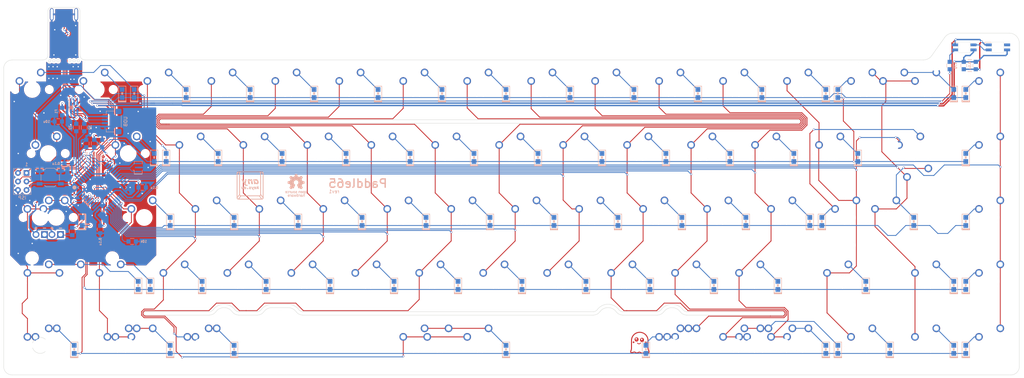
<source format=kicad_pcb>
(kicad_pcb (version 20211014) (generator pcbnew)
  (layers (0 "F.Cu" signal) (31 "B.Cu" signal) (34 "B.Paste" user) (35 "F.Paste" user) (36 "B.SilkS" user "B.Silkscreen") (37 "F.SilkS" user "F.Silkscreen") (38 "B.Mask" user) (39 "F.Mask" user) (44 "Edge.Cuts" user))
  (net 0 "")
  (net 1 "VCC")
  (net 2 "GND")
  (net 3 "RST")
  (net 4 "row3")
  (net 5 "D-")
  (net 6 "D+")
  (net 7 "col0")
  (net 8 "col1")
  (net 9 "col2")
  (net 10 "col3")
  (net 11 "col4")
  (net 12 "col5")
  (net 13 "col6")
  (net 14 "col7")
  (net 15 "col8")
  (net 16 "col9")
  (net 17 "col10")
  (net 18 "col11")
  (net 19 "col12")
  (net 20 "col13")
  (net 21 "col14")
  (net 22 "Net-(D1-Pad2)")
  (net 23 "Net-(D2-Pad2)")
  (net 24 "Net-(D3-Pad2)")
  (net 25 "Net-(D4-Pad2)")
  (net 26 "Net-(D5-Pad2)")
  (net 27 "Net-(D6-Pad2)")
  (net 28 "Net-(D7-Pad2)")
  (net 29 "Net-(D8-Pad2)")
  (net 30 "Net-(D9-Pad2)")
  (net 31 "Net-(D10-Pad2)")
  (net 32 "Net-(D11-Pad2)")
  (net 33 "Net-(D12-Pad2)")
  (net 34 "Net-(D13-Pad2)")
  (net 35 "Net-(D14-Pad2)")
  (net 36 "Net-(D15-Pad2)")
  (net 37 "Net-(D16-Pad2)")
  (net 38 "Net-(D17-Pad2)")
  (net 39 "Net-(D18-Pad2)")
  (net 40 "Net-(D19-Pad2)")
  (net 41 "Net-(D20-Pad2)")
  (net 42 "Net-(D21-Pad2)")
  (net 43 "Net-(D22-Pad2)")
  (net 44 "Net-(D23-Pad2)")
  (net 45 "Net-(D24-Pad2)")
  (net 46 "Net-(D25-Pad2)")
  (net 47 "Net-(D26-Pad2)")
  (net 48 "Net-(D27-Pad2)")
  (net 49 "Net-(D28-Pad2)")
  (net 50 "Net-(D29-Pad2)")
  (net 51 "Net-(D30-Pad2)")
  (net 52 "Net-(D31-Pad2)")
  (net 53 "Net-(D33-Pad2)")
  (net 54 "Net-(D34-Pad2)")
  (net 55 "Net-(D35-Pad2)")
  (net 56 "Net-(D36-Pad2)")
  (net 57 "Net-(D37-Pad2)")
  (net 58 "Net-(D38-Pad2)")
  (net 59 "Net-(D39-Pad2)")
  (net 60 "Net-(D40-Pad2)")
  (net 61 "Net-(D41-Pad2)")
  (net 62 "Net-(D42-Pad2)")
  (net 63 "Net-(D43-Pad2)")
  (net 64 "Net-(D44-Pad2)")
  (net 65 "Net-(D45-Pad2)")
  (net 66 "Net-(D46-Pad2)")
  (net 67 "Net-(D47-Pad2)")
  (net 68 "Net-(D49-Pad2)")
  (net 69 "Net-(D50-Pad2)")
  (net 70 "Net-(D51-Pad2)")
  (net 71 "Net-(D52-Pad2)")
  (net 72 "Net-(D53-Pad2)")
  (net 73 "Net-(D54-Pad2)")
  (net 74 "Net-(D55-Pad2)")
  (net 75 "Net-(D56-Pad2)")
  (net 76 "Net-(D57-Pad2)")
  (net 77 "Net-(D58-Pad2)")
  (net 78 "Net-(D59-Pad2)")
  (net 79 "Net-(D60-Pad2)")
  (net 80 "Net-(D61-Pad2)")
  (net 81 "Net-(D62-Pad2)")
  (net 82 "Net-(D63-Pad2)")
  (net 83 "Net-(D67-Pad2)")
  (net 84 "Net-(D71-Pad2)")
  (net 85 "Net-(D74-Pad2)")
  (net 86 "Net-(D75-Pad2)")
  (net 87 "VBUS")
  (net 88 "Net-(U1-Pad16)")
  (net 89 "Net-(U1-Pad17)")
  (net 90 "Net-(D32-Pad2)")
  (net 91 "Net-(D48-Pad2)")
  (net 92 "row4")
  (net 93 "Net-(D72-Pad2)")
  (net 94 "Net-(D73-Pad2)")
  (net 95 "MOSI")
  (net 96 "SCK")
  (net 97 "MISO")
  (net 99 "Net-(R1-Pad2)")
  (net 100 "RGB_DI")
  (net 102 "row0")
  (net 103 "row1")
  (net 104 "row2")
  (net 105 "CAPS_LOCK_LED")
  (net 106 "Net-(L1-1-Pad1)")
  (net 107 "Net-(RGB1-Pad2)")
  (net 109 "Net-(D70-Pad2)")
  (net 110 "Net-(C6-Pad1)")
  (net 111 "Net-(R1-Pad1)")
  (net 112 "Net-(R2-Pad1)")
  (net 113 "Net-(R2-Pad2)")
  (net 114 "Net-(R4-Pad1)")
  (net 115 "Net-(R6-Pad2)")
  (footprint "Keeb_switches:CHERRY_PLATE_100H" (layer "F.Cu") (at 128.5875 66.675)
    (fp_text reference "K52" hide)
    (fp_text value "KEYSW" hide)
  )
  (footprint "Keeb_switches:CHERRY_PLATE_100H" (layer "F.Cu") (at 57.15 28.575)
    (fp_text reference "K18" hide)
    (fp_text value "KEYSW" hide)
  )
  (footprint "Keeb_switches:CHERRY_PLATE_100H" (layer "F.Cu") (at 114.3 28.575)
    (fp_text reference "K21" hide)
    (fp_text value "KEYSW" hide)
  )
  (footprint "Keeb_switches:CHERRY_PLATE_100H" (layer "F.Cu") (at 200.025 9.525)
    (fp_text reference "K11" hide)
    (fp_text value "KEYSW" hide)
  )
  (footprint "Keeb_switches:CHERRY_PLATE_100H" (layer "F.Cu") (at 204.7875 66.675)
    (fp_text reference "K56" hide)
    (fp_text value "KEYSW" hide)
  )
  (footprint "Keeb_switches:CHERRY_PLATE_100H" (layer "F.Cu") (at 295.275 85.725)
    (fp_text reference "K75" hide)
    (fp_text value "KEYSW" hide)
  )
  (footprint "Keeb_switches:CHERRY_PLATE_150H" (layer "F.Cu") (at 14.2875 28.575)
    (fp_text reference "K16" hide)
    (fp_text value "KEYSW" hide)
  )
  (footprint "Keeb_switches:CHERRY_PLATE_100H" (layer "F.Cu") (at 161.925 9.525)
    (fp_text reference "K9" hide)
    (fp_text value "KEYSW" hide)
  )
  (footprint "Keeb_switches:CHERRY_PLATE_150H" (layer "F.Cu") (at 204.787672 85.725072)
    (fp_text reference "K70-2" hide)
    (fp_text value "KEYSW" hide)
  )
  (footprint "Keeb_switches:CHERRY_PLATE_100H" (layer "F.Cu") (at 276.225 66.675)
    (fp_text reference "K59" hide)
    (fp_text value "KEYSW" hide)
  )
  (footprint "Keeb_switches:CHERRY_PLATE_175H" (layer "F.Cu") (at 16.66875 47.625)
    (fp_text reference "K31" hide)
    (fp_text value "KEYSW" hide)
  )
  (footprint "Keeb_switches:CHERRY_PLATE_100H" (layer "F.Cu") (at 166.6875 66.675)
    (fp_text reference "K54" hide)
    (fp_text value "KEYSW" hide)
  )
  (footprint "Keeb_switches:CHERRY_PLATE_100H" (layer "F.Cu") (at 295.275 28.575)
    (fp_text reference "K30" hide)
    (fp_text value "KEYSW" hide)
  )
  (footprint "Keeb_switches:CHERRY_PLATE_100H" (layer "F.Cu") (at 38.1 28.575)
    (fp_text reference "K17" hide)
    (fp_text value "KEYSW" hide)
  )
  (footprint "Keeb_switches:CHERRY_PLATE_100H" (layer "F.Cu") (at 185.7375 66.675)
    (fp_text reference "K55" hide)
    (fp_text value "KEYSW" hide)
  )
  (footprint "Keeb_switches:CHERRY_PLATE_100H" (layer "F.Cu") (at 295.275 9.525)
    (fp_text reference "K15" hide)
    (fp_text value "KEYSW" hide)
  )
  (footprint "Keeb_switches:CHERRY_PLATE_100H" (layer "F.Cu") (at 223.8375 66.675)
    (fp_text reference "K57" hide)
    (fp_text value "KEYSW" hide)
  )
  (footprint "Keeb_switches:CHERRY_PLATE_100H" (layer "F.Cu") (at 247.65 28.575)
    (fp_text reference "K28" hide)
    (fp_text value "KEYSW" hide)
  )
  (footprint "Keeb_switches:CHERRY_PLATE_100H" (layer "F.Cu") (at 219.075184 85.725072)
    (fp_text reference "K71-2" hide)
    (fp_text value "KEYSW" hide)
  )
  (footprint "Keeb_switches:CHERRY_PLATE_150H" (layer "F.Cu") (at 271.4625 28.575)
    (fp_text reference "K43-1" hide)
    (fp_text value "KEYSW" hide)
  )
  (footprint "Keeb_switches:CHERRY_PLATE_100H" (layer "F.Cu") (at 123.825 9.525)
    (fp_text reference "K7" hide)
    (fp_text value "KEYSW" hide)
  )
  (footprint "Keeb_switches:CHERRY_PLATE_100H" (layer "F.Cu") (at 142.875 9.525)
    (fp_text reference "K8" hide)
    (fp_text value "KEYSW" hide)
  )
  (footprint "Keeb_switches:CHERRY_PLATE_125H" (layer "F.Cu") (at 11.90625 47.625)
    (fp_text reference "K31-1" hide)
    (fp_text value "KEYSW" hide)
  )
  (footprint "Keeb_switches:CHERRY_PLATE_100H" (layer "F.Cu") (at 71.4375 66.675)
    (fp_text reference "K49" hide)
    (fp_text value "KEYSW" hide)
  )
  (footprint "Keeb_switches:CHERRY_PLATE_100H" (layer "F.Cu") (at 133.35 28.575)
    (fp_text reference "K22" hide)
    (fp_text value "KEYSW" hide)
  )
  (footprint "Keeb_switches:CHERRY_PLATE_100H" (layer "F.Cu") (at 76.2 28.575)
    (fp_text reference "K19" hide)
    (fp_text value "KEYSW" hide)
  )
  (footprint "Keeb_switches:CHERRY_PLATE_100H" (layer "F.Cu") (at 233.3625 47.625)
    (fp_text reference "K42" hide)
    (fp_text value "KEYSW" hide)
  )
  (footprint "Keeb_switches:CHERRY_PLATE_150H" (layer "F.Cu") (at 14.2875 85.725)
    (fp_text reference "K61-1" hide)
    (fp_text value "KEYSW" hide)
  )
  (footprint "Keeb_switches:CHERRY_PLATE_100H" (layer "F.Cu") (at 138.1125 47.625)
    (fp_text reference "K37" hide)
    (fp_text value "KEYSW" hide)
  )
  (footprint "Keeb_switches:CHERRY_PLATE_100H" (layer "F.Cu") (at 100.0125 47.625)
    (fp_text reference "K35" hide)
    (fp_text value "KEYSW" hide)
  )
  (footprint "Keeb_switches:CHERRY_PLATE_100H" (layer "F.Cu") (at 214.3125 47.625)
    (fp_text reference "K41" hide)
    (fp_text value "KEYSW" hide)
  )
  (footprint "Keeb_switches:CHERRY_PLATE_100H" (layer "F.Cu") (at 180.975 9.525)
    (fp_text reference "K10" hide)
    (fp_text value "KEYSW" hide)
  )
  (footprint "Keeb_switches:CHERRY_PLATE_100H" (layer "F.Cu") (at 252.4125 47.625)
    (fp_text reference "K43" hide)
    (fp_text value "KEYSW" hide)
  )
  (footprint "Keeb_switches:CHERRY_PLATE_100H" (layer "F.Cu") (at 28.575 9.525)
    (fp_text reference "K2" hide)
    (fp_text value "KEYSW" hide)
  )
  (footprint "Keeb_switches:CHERRY_PLATE_100H" (layer "F.Cu") (at 200.025168 85.725072)
    (fp_text reference "K70-1" hide)
    (fp_text value "KEYSW" hide)
  )
  (footprint "Keeb_switches:CHERRY_PLATE_100H" (layer "F.Cu") (at 176.2125 47.625)
    (fp_text reference "K39" hide)
    (fp_text value "KEYSW" hide)
  )
  (footprint "Keeb_switches:CHERRY_PLATE_100H" (layer "F.Cu") (at 80.9625 47.625)
    (fp_text reference "K34" hide)
    (fp_text value "KEYSW" hide)
  )
  (footprint "Keeb_components:CONN_UX60SC-MB-5S8" (layer "F.Cu") (at 18.975 -16.575 180)
    (fp_text reference "J1")
    (fp_text value "USB_mini_micro_B")
  )
  (footprint "Keeb_switches:CHERRY_PLATE_125H" (layer "F.Cu") (at 11.90625 85.725)
    (fp_text reference "K61" hide)
    (fp_text value "KEYSW" hide)
  )
  (footprint "Keeb_switches:CHERRY_PLATE_100H" (layer "F.Cu") (at 171.45 28.575)
    (fp_text reference "K24" hide)
    (fp_text value "KEYSW" hide)
  )
  (footprint "Keeb_switches:CHERRY_PLATE_100H" (layer "F.Cu") (at 276.225 9.525)
    (fp_text reference "K14-1" hide)
    (fp_text value "KEYSW" hide)
  )
  (footprint "Keeb_switches:CHERRY_PLATE_100H" (layer "F.Cu") (at 152.4 28.575)
    (fp_text reference "K23" hide)
    (fp_text value "KEYSW" hide)
  )
  (footprint "Keeb_switches:CHERRY_PLATE_100H" (layer "F.Cu") (at 238.125 9.525)
    (fp_text reference "K13" hide)
    (fp_text value "KEYSW" hide)
  )
  (footprint "Keeb_switches:CHERRY_PLATE_100H" (layer "F.Cu") (at 295.275 66.675)
    (fp_text reference "K60" hide)
    (fp_text value "KEYSW" hide)
  )
  (footprint "Keeb_switches:CHERRY_PLATE_100H" (layer "F.Cu") (at 90.4875 66.675)
    (fp_text reference "K50" hide)
    (fp_text value "KEYSW" hide)
  )
  (footprint "Keeb_switches:CHERRY_PLATE_100H" (layer "F.Cu") (at 147.6375 66.675)
    (fp_text reference "K53" hide)
    (fp_text value "KEYSW" hide)
  )
  (footprint "Keeb_switches:CHERRY_PLATE_100H" (layer "F.Cu") (at 61.9125 47.625)
    (fp_text reference "K33" hide)
    (fp_text value "KEYSW" hide)
  )
  (footprint "Keeb_switches:CHERRY_PLATE_100H" (layer "F.Cu") (at 47.625 9.525)
    (fp_text reference "K3" hide)
    (fp_text value "KEYSW" hide)
  )
  (footprint "Keeb_switches:CHERRY_PLATE_125H" (layer "F.Cu") (at 226.21875 85.725)
    (fp_text reference "K71" hide)
    (fp_text value "KEYSW" hide)
  )
  (footprint "Keeb_switches:CHERRY_PLATE_150H" (layer "F.Cu") (at 233.362696 85.725072)
    (fp_text reference "K72-1" hide)
    (fp_text value "KEYSW" hide)
  )
  (footprint "Keeb_switches:CHERRY_PLATE_100H" (layer "F.Cu") (at 66.675 9.525)
    (fp_text reference "K4" hide)
    (fp_text value "KEYSW" hide)
  )
  (footprint "Keeb_switches:CHERRY_PLATE_150H" (layer "F.Cu") (at 61.9125 85.725)
    (fp_text reference "K63-1" hide)
    (fp_text value "KEYSW" hide)
  )
  (footprint "Keeb_switches:CHERRY_PLATE_100H" (layer "F.Cu") (at 119.0625 47.625)
    (fp_text reference "K36" hide)
    (fp_text value "KEYSW" hide)
  )
  (footprint "Keeb_switches:CHERRY_PLATE_100H" (layer "F.Cu") (at 38.1 85.725)
    (fp_text reference "K62-1" hide)
    (fp_text value "KEYSW" hide)
  )
  (footprint "Keeb_switches:CHERRY_PCB_225H" (layer "F.Cu") (at 264.31875 47.625)
    (fp_text reference "K44" hide)
    (fp_text value "KEYSW" hide)
  )
  (footprint "Keeb_switches:CHERRY_PLATE_125H" (layer "F.Cu") (at 59.53125 85.725)
    (fp_text reference "K63" hide)
    (fp_text value "KEYSW" hide)
  )
  (footprint "Keeb_switches:CHERRY_PCB_700H_F" (layer "F.Cu") (at 123.825 85.725)
    (fp_text reference "K67-2" hide)
    (fp_text value "KEYSW" hide)
  )
  (footprint "Keeb_switches:CHERRY_PLATE_100H" (layer "F.Cu") (at 85.725 9.525)
    (fp_text reference "K5" hide)
    (fp_text value "KEYSW" hide)
  )
  (footprint "Keeb_switches:CHERRY_PLATE_100H" (layer "F.Cu") (at 109.5375 66.675)
    (fp_text reference "K51" hide)
    (fp_text value "KEYSW" hide)
  )
  (footprint "Keeb_switches:CHERRY_PLATE_100H" (layer "F.Cu") (at 42.8625 47.625)
    (fp_text reference "K32" hide)
    (fp_text value "KEYSW" hide)
  )
  (footprint "Keeb_switches:CHERRY_PLATE_100H" (layer "F.Cu") (at 276.225 85.725)
    (fp_text reference "K74" hide)
    (fp_text value "KEYSW" hide)
  )
  (footprint "Keeb_switches:CHERRY_PCB_225H" (layer "F.Cu") (at 21.43125 66.675)
    (fp_text reference "K46" hide)
    (fp_text value "KEYSW" hide)
  )
  (footprint "Keeb_switches:CHERRY_PCB_200H_V" (layer "F.Cu") (at 273.84375 38.1)
    (fp_text reference "K44-1" hide)
    (fp_text value "KEYSW" hide)
  )
  (footprint "Keeb_switches:CHERRY_PLATE_125H" (layer "F.Cu") (at 11.90625 66.675)
    (fp_text reference "K46-1" hide)
    (fp_text value "KEYSW" hide)
  )
  (footprint "Keeb_switches:CHERRY_PLATE_100H" (layer "F.Cu") (at 195.2625 47.625)
    (fp_text reference "K40" hide)
    (fp_text value "KEYSW" hide)
  )
  (footprint "Keeb_switches:CHERRY_PLATE_100H" (layer "F.Cu") (at 9.525 9.525)
    (fp_text reference "K1" hide)
    (fp_text value "KEYSW" hide)
  )
  (footprint "Keeb_switches:CHERRY_PLATE_100H" (layer "F.Cu") (at 257.175 9.525)
    (fp_text reference "K29" hide)
    (fp_text value "KEYSW" hide)
  )
  (footprint "Keeb_switches:CHERRY_PLATE_125H" (layer "F.Cu") (at 202.40625 85.725)
    (fp_text reference "K70" hide)
    (fp_text value "KEYSW" hide)
  )
  (footprint "Keeb_switches:CHERRY_PCB_625H_F" (layer "F.Cu") (at 130.96875 85.725)
    (fp_text reference "K67" hide)
    (fp_text value "KEYSW" hide)
  )
  (footprint "Keeb_switches:CHERRY_PLATE_175H" (layer "F.Cu") (at 250.03125 66.675)
    (fp_text reference "K58" hide)
    (fp_text value "KEYSW" hide)
  )
  (footprint "Keeb_switches:CHERRY_PLATE_100H" (layer "F.Cu") (at 95.25 28.575)
    (fp_text reference "K20" hide)
    (fp_text value "KEYSW" hide)
  )
  (footprint "Keeb_switches:CHERRY_PLATE_100H" (layer "F.Cu") (at 104.775 9.525)
    (fp_text reference "K6" hide)
    (fp_text value "KEYSW" hide)
  )
  (footprint "Keeb_switches:CHERRY_PLATE_150H" (layer "F.Cu") (at 223.8375 85.725)
    (fp_text reference "K71-1" hide)
    (fp_text value "KEYSW" hide)
  )
  (footprint "Keeb_switches:CHERRY_PLATE_100H" (layer "F.Cu") (at 219.075 9.525)
    (fp_text reference "K12" hide)
    (fp_text value "KEYSW" hide)
  )
  (footprint "Keeb_switches:CHERRY_PLATE_100H" (layer "F.Cu") (at 295.275 47.625)
    (fp_text reference "K45" hide)
    (fp_text value "KEYSW" hide)
  )
  (footprint "Keeb_components:GRAPHIC_ghost_mask" (layer "F.Cu") (at 190.50016 85.129759)
    (fp_text reference "G***" hide)
    (fp_text value "LOGO" hide)
  )
  (footprint "Keeb_switches:CHERRY_MX_LED_neo" (layer "F.Cu") (at 11.90625 47.625)
    (fp_text reference "L1-1" hide)
    (fp_text value "LED" hide)
  )
  (footprint "Keeb_switches:CHERRY_PLATE_125H" (layer "F.Cu") (at 35.71875 85.725)
    (fp_text reference "K62" hide)
    (fp_text value "KEYSW" hide)
  )
  (footprint "Keeb_switches:CHERRY_PLATE_150H" (layer "F.Cu") (at 42.8625 85.725)
    (fp_text reference "K62-2" hide)
    (fp_text value "KEYSW" hide)
  )
  (footprint "Keeb_switches:CHERRY_PLATE_100H" (layer "F.Cu") (at 157.1625 47.625)
    (fp_text reference "K38" hide)
    (fp_text value "KEYSW" hide)
  )
  (footprint "Keeb_switches:CHERRY_PLATE_100H" (layer "F.Cu") (at 209.55 28.575)
    (fp_text reference "K26" hide)
    (fp_text value "KEYSW" hide)
  )
  (footprint "Keeb_switches:CHERRY_PLATE_100H" (layer "F.Cu") (at 257.175 85.725)
    (fp_text reference "K73" hide)
    (fp_text value "KEYSW" hide)
  )
  (footprint "Keeb_switches:CHERRY_PCB_200H" (layer "F.Cu") (at 266.7 9.525)
    (fp_text reference "K14" hide)
    (fp_text value "KEYSW" hide)
  )
  (footprint "Keeb_switches:CHERRY_PLATE_100H" (layer "F.Cu") (at 238.1252 85.725072)
    (fp_text reference "K72" hide)
    (fp_text value "KEYSW" hide)
  )
  (footprint "Keeb_switches:CHERRY_PLATE_100H" (layer "F.Cu") (at 228.6 28.575)
    (fp_text reference "K27" hide)
    (fp_text value "KEYSW" hide)
  )
  (footprint "Keeb_switches:CHERRY_PLATE_100H" (layer "F.Cu") (at 52.3875 66.675)
    (fp_text reference "K48" hide)
    (fp_text value "KEYSW" hide)
  )
  (footprint "Keeb_switches:CHERRY_MX_LED_neo" (layer "F.Cu") (at 16.66875 47.625)
    (fp_text reference "L1" hide)
    (fp_text value "LED" hide)
  )
  (footprint "Keeb_switches:CHERRY_PLATE_100H" (layer "F.Cu") (at 190.5 28.575)
    (fp_text reference "K25" hide)
    (fp_text value "KEYSW" hide)
  )
  (footprint "Keeb_switches:CHERRY_PLATE_100H" (layer "F.Cu") (at 33.3375 66.675)
    (fp_text reference "K47" hide)
    (fp_text value "KEYSW" hide)
  )
  (footprint "Keeb_switches:CHERRY_PCB_700H_F" (layer "F.Cu") (at 142.875 85.725)
    (fp_text reference "K67-1" hide)
    (fp_text value "KEYSW" hide)
  )
  (footprint "Keeb_components:D_0805" (layer "B.Cu") (at 93.463909 10.715562 90)
    (fp_text reference "D5")
    (fp_text value "D" hide)
  )
  (footprint "Keeb_components:D_0805" (layer "B.Cu") (at 272.057809 48.815594 90)
    (fp_text reference "D44")
    (fp_text value "D" hide)
  )
  (footprint "Keeb_components:D_0805" (layer "B.Cu") (at 145.851453 48.815594 90)
    (fp_text reference "D37")
    (fp_text value "D" hide)
  )
  (footprint "Keeb_components:R_0805" (layer "B.Cu") (at 282.773675 2.381252 90)
    (fp_text reference "R6" hide)
    (fp_text value "470")
  )
  (footprint "Keeb_components:D_0805" (layer "B.Cu") (at 24.407833 48.815666 90)
    (fp_text reference "D31")
    (fp_text value "D" hide)
  )
  (footprint "Keeb_components:D_0805" (layer "B.Cu") (at 55.363877 10.715562 90)
    (fp_text reference "D3")
    (fp_text value "D" hide)
  )
  (footprint "Keeb_components:D_0805" (layer "B.Cu") (at 283.964069 67.86561 90)
    (fp_text reference "D59")
    (fp_text value "D" hide)
  )
  (footprint "Keeb_components:oshw" (layer "B.Cu") (at 88.106324 38.100032 180)
    (fp_text reference "G***" hide)
    (fp_text value "LOGO" hide)
  )
  (footprint "Keeb_components:D_0805" (layer "B.Cu") (at 141.088949 29.765578 90)
    (fp_text reference "D22")
    (fp_text value "D" hide)
  )
  (footprint "Keeb_components:C_0805" (layer "B.Cu") (at 286.940866 2.381252 -90)
    (fp_text reference "C8")
    (fp_text value "0.1u" hide)
  )
  (footprint "Keeb_components:D_0805" (layer "B.Cu") (at 60.126381 67.86561 90)
    (fp_text reference "D48")
    (fp_text value "D" hide)
  )
  (footprint "Keeb_components:D_0805" (layer "B.Cu") (at 98.226413 67.86561 90)
    (fp_text reference "D50")
    (fp_text value "D" hide)
  )
  (footprint "Keeb_components:D_0805" (layer "B.Cu") (at 160.138965 29.765578 90)
    (fp_text reference "D23")
    (fp_text value "D" hide)
  )
  (footprint "Keeb_components:D_0805" (layer "B.Cu") (at 222.051517 48.815594 90)
    (fp_text reference "D41")
    (fp_text value "D" hide)
  )
  (footprint "Keeb_components:D_0805" (layer "B.Cu") (at 39.885971 10.715634 90)
    (fp_text reference "D1")
    (fp_text value "D" hide)
  )
  (footprint "Keeb_components:D_0805" (layer "B.Cu") (at 50.601605 86.915626 90)
    (fp_text reference "D62")
    (fp_text value "D" hide)
  )
  (footprint "Keeb_components:D_0805" (layer "B.Cu") (at 241.101533 48.815594 90)
    (fp_text reference "D42")
    (fp_text value "D" hide)
  )
  (footprint "Keeb_components:D_0805" (layer "B.Cu") (at 245.864269 86.915698 90)
    (fp_text reference "D72")
    (fp_text value "D" hide)
  )
  (footprint "Keeb_components:D_0805" (layer "B.Cu") (at 212.526509 67.86561 90)
    (fp_text reference "D56")
    (fp_text value "D" hide)
  )
  (footprint "Keeb_components:SWITCH_SPST_TL3342" (layer "B.Cu") (at 14.882825 35.71878 180)
    (fp_text reference "SW1")
    (fp_text value "SW_PUSH")
  )
  (footprint "Keeb_components:R_0805" (layer "B.Cu") (at 25.003146 20.835955 -90)
    (fp_text reference "R1" hide)
    (fp_text value "22")
  )
  (footprint "Keeb_components:D_0805" (layer "B.Cu") (at 287.535947 10.715562 90)
    (fp_text reference "D15")
    (fp_text value "D" hide)
  )
  (footprint "Keeb_components:D_0805" (layer "B.Cu") (at 283.964069 86.915626 90)
    (fp_text reference "D74")
    (fp_text value "D" hide)
  )
  (footprint "Keeb_components:D_0805" (layer "B.Cu") (at 107.751421 48.815594 90)
    (fp_text reference "D35")
    (fp_text value "D" hide)
  )
  (footprint "Keeb_components:D_0805" (layer "B.Cu") (at 207.764005 10.715562 90)
    (fp_text reference "D11")
    (fp_text value "D" hide)
  )
  (footprint "Keeb_components:D_0805" (layer "B.Cu") (at 64.888885 29.765578 90)
    (fp_text reference "D18")
    (fp_text value "D" hide)
  )
  (footprint "Keeb_components:D_0805" (layer "B.Cu") (at 155.376461 67.86561 90)
    (fp_text reference "D53")
    (fp_text value "D" hide)
  )
  (footprint "Keeb_components:D_0805" (layer "B.Cu") (at 122.038933 29.765578 90)
    (fp_text reference "D21")
    (fp_text value "D" hide)
  )
  (footprint "Keeb_components:D_0805" (layer "B.Cu") (at 150.613957 10.715562 90)
    (fp_text reference "D8")
    (fp_text value "D" hide)
  )
  (footprint "Keeb_components:D_0805" (layer "B.Cu") (at 249.436147 86.915698 90)
    (fp_text reference "D71")
    (fp_text value "D" hide)
  )
  (footprint "Keeb_components:D_0805" (layer "B.Cu") (at 183.951485 48.815594 90)
    (fp_text reference "D39")
    (fp_text value "D" hide)
  )
  (footprint "Keeb_components:D_0805" (layer "B.Cu") (at 88.701405 48.815594 90)
    (fp_text reference "D34")
    (fp_text value "D" hide)
  )
  (footprint "Keeb_components:D_0805" (layer "B.Cu") (at 198.238997 29.765578 90)
    (fp_text reference "D25")
    (fp_text value "D" hide)
  )
  (footprint "Keeb_components:D_0805" (layer "B.Cu") (at 44.648243 67.86561 90)
    (fp_text reference "D47")
    (fp_text value "D" hide)
  )
  (footprint "Keeb_components:D_0805" (layer "B.Cu") (at 45.838869 29.765578 90)
    (fp_text reference "D17")
    (fp_text value "D" hide)
  )
  (footprint "Keeb_components:D_0805" (layer "B.Cu") (at 249.435915 10.715562 90)
    (fp_text reference "D29")
    (fp_text value "D" hide)
  )
  (footprint "Keeb_components:D_0805" (layer "B.Cu") (at 226.814021 10.715562 90)
    (fp_text reference "D12")
    (fp_text value "D" hide)
  )
  (footprint "Keeb_components:D_0805" (layer "B.Cu") (at 255.389277 29.76565 90)
    (fp_text reference "D28")
    (fp_text value "D" hide)
  )
  (footprint "Keeb_components:D_0805" (layer "B.Cu") (at 50.601373 48.815594 90)
    (fp_text reference "D32")
    (fp_text value "D" hide)
  )
  (footprint "Keeb_components:R_0805" (layer "B.Cu") (at 18.454703 16.073451 90)
    (fp_text reference "F1")
    (fp_text value "Polyfuse_Small" hide)
  )
  (footprint "Keeb_components:R_0805" (layer "B.Cu") (at 27.979711 25.598459 -90)
    (fp_text reference "R3" hide)
    (fp_text value "10k")
  )
  (footprint "Keeb_components:C_0805" (layer "B.Cu") (at 29.76565 51.196918 -90)
    (fp_text reference "C1")
    (fp_text value "0.1u")
  )
  (footprint "Keeb_components:C_0805" (layer "B.Cu") (at 290.512744 2.381252 -90)
    (fp_text reference "C7")
    (fp_text value "0.1u")
  )
  (footprint "Keeb_components:D_0805" (layer "B.Cu") (at 102.988917 29.765578 90)
    (fp_text reference "D20")
    (fp_text value "D" hide)
  )
  (footprint "Keeb_components:D_0805" (layer "B.Cu") (at 188.714221 10.715562 90)
    (fp_text reference "D10")
    (fp_text value "D" hide)
  )
  (footprint "Keeb_components:D_0805" (layer "B.Cu") (at 245.864037 10.715562 90)
    (fp_text reference "D13")
    (fp_text value "D" hide)
  )
  (footprint "Keeb_components:D_0805" (layer "B.Cu") (at 283.964069 10.715562 90)
    (fp_text reference "D14")
    (fp_text value "D" hide)
  )
  (footprint "Keeb_components:D_0805" (layer "B.Cu") (at 257.770529 67.865682 90)
    (fp_text reference "D58")
    (fp_text value "D" hide)
  )
  (footprint "Keeb_components:C_0805" (layer "B.Cu") (at 25.598459 25.598459 90)
    (fp_text reference "C6")
    (fp_text value "1u")
  )
  (footprint "Keeb_components:D_0805" (layer "B.Cu") (at 126.801669 48.815594 90)
    (fp_text reference "D36")
    (fp_text value "D" hide)
  )
  (footprint "Keeb_components:D_0805" (layer "B.Cu") (at 74.414125 10.715634 90)
    (fp_text reference "D4")
    (fp_text value "D" hide)
  )
  (footprint "Keeb_components:D_0805" (layer "B.Cu") (at 236.339029 29.765578 90)
    (fp_text reference "D27")
    (fp_text value "D" hide)
  )
  (footprint "Keeb_components:D_0805" (layer "B.Cu") (at 49.410979 29.765578 90)
    (fp_text reference "D16")
    (fp_text value "D" hide)
  )
  (footprint "Keeb_components:D_0805" (layer "B.Cu") (at 79.176397 67.86561 90)
    (fp_text reference "D49")
    (fp_text value "D" hide)
  )
  (footprint "Keeb_components:D_0805" (layer "B.Cu") (at 164.901469 48.815594 90)
    (fp_text reference "D38")
    (fp_text value "D" hide)
  )
  (footprint "Keeb_components:D_0805" (layer "B.Cu") (at 287.535947 67.86561 90)
    (fp_text reference "D60")
    (fp_text value "D" hide)
  )
  (footprint "Keeb_components:LED_SK6812MINI-E" (layer "B.Cu") (at 287.098 -3.025 180)
    (fp_text reference "RGB1")
    (fp_text value "SK6812MINI-E")
    (fp_line (start 1.8 -1.4) (end 1.8 1.4) (layer "Edge.Cuts") (width 0.05))
    (fp_line (start -1.8 1.4) (end -1.8 -1.4) (layer "Edge.Cuts") (width 0.05))
    (fp_line (start -1.6 -1.6) (end 1.6 -1.6) (layer "Edge.Cuts") (width 0.05))
    (fp_line (start 1.6 1.6) (end -1.6 1.6) (layer "Edge.Cuts") (width 0.05))
    (fp_arc (start -1.8 -1.4) (mid -1.741421 -1.541421) (end -1.6 -1.6) (layer "Edge.Cuts") (width 0.05))
    (fp_arc (start 1.8 1.4) (mid 1.741421 1.541421) (end 1.6 1.6) (layer "Edge.Cuts") (width 0.05))
    (fp_arc (start -1.6 1.6) (mid -1.741421 1.541421) (end -1.8 1.4) (layer "Edge.Cuts") (width 0.05))
    (fp_arc (start 1.6 -1.6) (mid 1.741421 -1.541421) (end 1.8 -1.4) (layer "Edge.Cuts") (width 0.05))
  )
  (footprint "Keeb_components:D_0805" (layer "B.Cu") (at 217.289013 29.765578 90)
    (fp_text reference "D26")
    (fp_text value "D" hide)
  )
  (footprint "Keeb_components:CONN_JST_SH_SM04B-SRSS-TB_1x04-1MP_P1.00mm_Horizontal" (layer "B.Cu") (at 33.337528 19.050016 -90)
    (fp_text reference "J3" hide)
    (fp_text value "UDB")
  )
  (footprint "Keeb_components:C_0805" (layer "B.Cu") (at 30.360963 25.598459 90)
    (fp_text reference "C3")
    (fp_text value "0.1u")
  )
  (footprint "Keeb_components:D_0805" (layer "B.Cu") (at 179.188981 29.765578 90)
    (fp_text reference "D24")
    (fp_text value "D" hide)
  )
  (footprint "Keeb_components:D_0805" (layer "B.Cu") (at 22.026349 86.915626 90)
    (fp_text reference "D61")
    (fp_text value "D" hide)
  )
  (footprint "Keeb_components:D_0805" (layer "B.Cu") (at 112.513925 10.715562 90)
    (fp_text reference "D6")
    (fp_text value "D" hide)
  )
  (footprint "Keeb_components:D_0805" (layer "B.Cu") (at 83.938901 29.765578 90)
    (fp_text reference "D19")
    (fp_text value "D" hide)
  )
  (footprint "Keeb_components:D_0805" (layer "B.Cu") (at 231.576525 67.86561 90)
    (fp_text reference "D57")
    (fp_text value "D" hide)
  )
  (footprint "Keeb_components:PACKAGE_SOT-23-6" (layer "B.Cu") (at 22.026581 14.882825 90)
    (fp_text reference "U2" hide)
    (fp_text value "USBLC6-2SC6")
  )
  (footprint "Keeb_components:LED_SK6812MINI-E" (layer "B.Cu") (at 297.098 -3.025 180)
    (fp_text reference "RGB2")
    (fp_text value "SK6812MINI-E" hide)
    (fp_line (start 1.6 1.6) (end -1.6 1.6) (layer "Edge.Cuts") (width 0.05))
    (fp_line (start 1.8 -1.4) (end 1.8 1.4) (layer "Edge.Cuts") (width 0.05))
    (fp_line (start -1.6 -1.6) (end 1.6 -1.6) (layer "Edge.Cuts") (width 0.05))
    (fp_line (start -1.8 1.4) (end -1.8 -1.4) (layer "Edge.Cuts") (width 0.05))
    (fp_arc (start -1.6 1.6) (mid -1.741421 1.541421) (end -1.8 1.4) (layer "Edge.Cuts") (width 0.05))
    (fp_arc (start 1.8 1.4) (mid 1.741421 1.541421) (end 1.6 1.6) (layer "Edge.Cuts") (width 0.05))
    (fp_arc (start -1.8 -1.4) (mid -1.741421 -1.541421) (end -1.6 -1.6) (layer "Edge.Cuts") (width 0.05))
    (fp_arc (start 1.6 -1.6) (mid 1.741421 -1.541421) (end 1.8 -1.4) (layer "Edge.Cuts") (width 0.05))
  )
  (footprint "Keeb_components:D_0805" (layer "B.Cu") (at 287.535947 48.815594 90)
    (fp_text reference "D45")
    (fp_text value "D" hide)
  )
  (footprint "Keeb_components:D_0805" (layer "B.Cu") (at 69.651389 86.915626 90)
    (fp_text reference "D63")
    (fp_text value "D" hide)
  )
  (footprint "Keeb_components:D_0805" (layer "B.Cu") (at 203.001501 48.815594 90)
    (fp_text reference "D40")
    (fp_text value "D" hide)
  )
  (footprint "Keeb_components:XTAL_SMD_Murata_CSTxExxV-3Pin_3.0x1.1mm" (layer "B.Cu") (at 41.076597 32.742215 90)
    (fp_text reference "X1" hide)
    (fp_text value "16mhz" hide)
  )
  (footprint "Keeb_components:logo_new" (layer "B.Cu") (at 74.414125 38.100032 180)
    (fp_text reference "G***" hide)
    (fp_text value "LOGO" hide)
  )
  (footprint "Keeb_components:D_0805" (layer "B.Cu") (at 136.326445 67.86561 90)
    (fp_text reference "D52")
    (fp_text value "D" hide)
  )
  (footprint "Keeb_components:R_0805" (layer "B.Cu") (at 39.290658 54.768796)
    (fp_text reference "R4" hide)
    (fp_text value "10k")
  )
  (footprint "Keeb_components:C_0805" (layer "B.Cu") (at 20.240642 31.551589 180)
    (fp_text reference "C2")
    (fp_text value "0.1u")
  )
  (footprint "Keeb_components:CONN_isp_standard" (layer "B.Cu") (at 6.548443 36.909406 180)
    (fp_text reference "J2" hide)
    (fp_text value "ISP")
  )
  (footprint "Keeb_components:D_0805" (layer "B.Cu") (at 193.476493 67.86561 90)
    (fp_text reference "D55")
    (fp_text value "D" hide)
  )
  (footprint "Keeb_components:D_0805" (layer "B.Cu") (at 174.426477 67.86561 90)
    (fp_text reference "D54")
    (fp_text value "D" hide)
  )
  (footprint "Keeb_components:D_0805" (layer "B.Cu") (at 244.673411 48.815594 90)
    (fp_text reference "D43")
    (fp_text value "D" hide)
  )
  (footprint "Keeb_components:D_0805" (layer "B.Cu") (at 69.651389 48.815594 90)
    (fp_text reference "D33")
    (fp_text value "D" hide)
  )
  (footprint "Keeb_components:C_0805" (layer "B.Cu") (at 17.264077 19.050016 180)
    (fp_text reference "C5")
    (fp_text value "10u")
  )
  (footprint "Keeb_components:MCU_ATMEGA32U4-AU" (layer "B.Cu") (at 30.360963 38.695345 45)
    (fp_text reference "U1")
    (fp_text value "ATmega32U4")
  )
  (footprint "Keeb_components:D_0805" (layer "B.Cu") (at 264.914053 86.915626 90)
    (fp_text reference "D73")
    (fp_text value "D" hide)
  )
  (footprint "Keeb_components:C_0805" (layer "B.Cu") (at 42.267223 38.695345)
    (fp_text reference "C4")
    (fp_text value "0.1u")
  )
  (footprint "Keeb_components:D_0805" (layer "B.Cu") (at 36.314093 10.715634 90)
    (fp_text reference "D2")
    (fp_text value "D" hide)
  )
  (footprint "Keeb_components:R_0805" (layer "B.Cu") (at 22.621894 20.835955 -90)
    (fp_text reference "R2" hide)
    (fp_text value "22")
  )
  (footprint "Keeb_components:D_0805" (layer "B.Cu") (at 287.535947 86.915626 90)
    (fp_text reference "D75")
    (fp_text value "D" hide)
  )
  (footprint "Keeb_components:D_0805" (layer "B.Cu") (at 169.663973 10.715562 90)
    (fp_text reference "D9")
    (fp_text value "D" hide)
  )
  (footprint "Keeb_components:D_0805" (layer "B.Cu") (at 117.276661 67.86561 90)
    (fp_text reference "D51")
    (fp_text value "D" hide)
  )
  (footprint "Keeb_components:D_0805" (layer "B.Cu") (at 150.613957 86.915626 90)
    (fp_text reference "D67")
    (fp_text value "D" hide)
  )
  (footprint "Keeb_components:R_0805" (layer "B.Cu") (at 21.431268 51.792231 -90)
    (fp_text reference "R5" hide)
    (fp_text value "470" hide)
  )
  (footprint "Keeb_components:D_0805" (layer "B.Cu") (at 41.076365 67.86561 90)
    (fp_text reference "D46")
    (fp_text value "D" hide)
  )
  (footprint "Keeb_components:D_0805" (layer "B.Cu") (at 131.563941 10.715562 90)
    (fp_text reference "D7")
    (fp_text value "D" hide)
  )
  (footprint "Keeb_components:D_0805" (layer "B.Cu") (at 192.286099 86.915698 90)
    (fp_text reference "D70")
    (fp_text value "D" hide)
  )
  (footprint "Keeb_components:D_0805" (layer "B.Cu") (at 287.535947 29.765578 90)
    (fp_text reference "D30")
    (fp_text value "D" hide)
  )
  (gr_line (start 288.131492 4.167191) (end 289.322118 4.167191) (layer "B.SilkS") (width 0.15))
  (gr_line (start 288.131492 0.595313) (end 289.322118 0.595313) (layer "B.SilkS") (width 0.15))
  (gr_arc (start 64.231056 75.686362) (mid 63.346532 76.432253) (end 62.2209 76.7) (layer "Edge.Cuts") (width 0.1))
  (gr_arc (start 14.225 -13.925) (mid 14.517893 -14.632107) (end 15.225 -14.925) (layer "Edge.Cuts") (width 0.1))
  (gr_arc (start 185.429 76.7) (mid 184.303364 76.432251) (end 183.418839 75.686355) (layer "Edge.Cuts") (width 0.1))
  (gr_line (start 76.5084 76.7) (end 71.0656 76.7) (layer "Edge.Cuts") (width 0.1))
  (gr_arc (start 197.644156 75.686362) (mid 196.759632 76.432253) (end 195.634 76.7) (layer "Edge.Cuts") (width 0.1))
  (gr_line (start 195.634 76.7) (end 185.429 76.7) (layer "Edge.Cuts") (width 0.1))
  (gr_arc (start 281.277742 -6.01583) (mid 282.34668 -6.941692) (end 283.721 -7.275) (layer "Edge.Cuts") (width 0.1))
  (gr_line (start 300.475 -7.275) (end 283.721 -7.275) (layer "Edge.Cuts") (width 0.1))
  (gr_line (start 80.9307 74.47) (end 85.6932 74.47) (layer "Edge.Cuts") (width 0.1))
  (gr_arc (start 71.0656 76.7) (mid 69.939964 76.432251) (end 69.055439 75.686355) (layer "Edge.Cuts") (width 0.1))
  (gr_arc (start 1.025 3.224999) (mid 1.757233 1.457232) (end 3.525 0.724999) (layer "Edge.Cuts") (width 0.1))
  (gr_line locked (start 237.624996 18.550016) (end 48.12504 18.549984) (layer "Edge.Cuts") (width 0.1))
  (gr_arc (start 77.714442 75.091831) (mid 79.129683 73.898399) (end 80.9307 73.47) (layer "Edge.Cuts") (width 0.1))
  (gr_arc (start 63.426994 75.091817) (mid 62.896279 75.539352) (end 62.2209 75.7) (layer "Edge.Cuts") (width 0.1))
  (gr_arc (start 64.231007 75.686374) (mid 66.643195 74.47) (end 69.055387 75.686365) (layer "Edge.Cuts") (width 0.1))
  (gr_arc (start 196.840742 75.091831) (mid 200.056993 73.47) (end 203.273249 75.09182) (layer "Edge.Cuts") (width 0.1))
  (gr_arc (start 196.840094 75.091817) (mid 196.309379 75.539352) (end 195.634 75.7) (layer "Edge.Cuts") (width 0.1))
  (gr_line (start 62.2209 76.7) (end 43.362536 76.7) (layer "Edge.Cuts") (width 0.1))
  (gr_line (start 90.1156 75.7001) (end 176.584007 75.7) (layer "Edge.Cuts") (width 0.1))
  (gr_line (start 23.725 -0.775) (end 23.725 -13.925) (layer "Edge.Cuts") (width 0.1))
  (gr_circle (center 20.725 0.975) (end 21.1 0.975) (layer "Edge.Cuts") (width 0.1) (fill none))
  (gr_arc (start 43.362536 76.7) (mid 42.862536 76.2) (end 43.362536 75.7) (layer "Edge.Cuts") (width 0.1))
  (gr_arc (start 85.6932 74.47) (mid 87.043958 74.791297) (end 88.105387 75.686365) (layer "Edge.Cuts") (width 0.1))
  (gr_arc (start 232.862696 75.700064) (mid 233.362696 76.200064) (end 232.862696 76.700064) (layer "Edge.Cuts") (width 0.1))
  (gr_line (start 232.862696 76.700064) (end 204.479 76.7) (layer "Edge.Cuts") (width 0.1))
  (gr_arc (start 63.426942 75.091831) (mid 66.643193 73.47) (end 69.859449 75.09182) (layer "Edge.Cuts") (width 0.1))
  (gr_line (start 80.9307 73.47) (end 85.6932 73.47) (layer "Edge.Cuts") (width 0.1))
  (gr_arc (start 78.518556 75.686362) (mid 77.634032 76.432253) (end 76.5084 76.7) (layer "Edge.Cuts") (width 0.1))
  (gr_circle (center 11.90626 85.725072) (end 9.525008 85.725072) (layer "Edge.Cuts") (width 0.1) (fill none))
  (gr_line (start 22.725 -14.925) (end 15.225 -14.925) (layer "Edge.Cuts") (width 0.1))
  (gr_arc (start 78.518507 75.686374) (mid 79.579937 74.791299) (end 80.9307 74.47) (layer "Edge.Cuts") (width 0.1))
  (gr_arc (start 300.475 -7.275) (mid 302.59632 -6.39632) (end 303.475 -4.275) (layer "Edge.Cuts") (width 0.1))
  (gr_line (start 25.225 0.725) (end 274.929 0.725) (layer "Edge.Cuts") (width 0.1))
  (gr_arc (start 90.1156 76.7) (mid 88.989964 76.432251) (end 88.105439 75.686355) (layer "Edge.Cuts") (width 0.1))
  (gr_line (start 176.584007 76.7) (end 90.1156 76.7) (layer "Edge.Cuts") (width 0.1))
  (gr_line (start 185.429 75.7001) (end 195.634 75.7) (layer "Edge.Cuts") (width 0.1))
  (gr_line (start 43.362536 75.7) (end 62.2209 75.7) (layer "Edge.Cuts") (width 0.1))
  (gr_arc (start 178.594163 75.686362) (mid 177.709639 76.432253) (end 176.584007 76.7) (layer "Edge.Cuts") (width 0.1))
  (gr_arc (start 197.644807 75.686374) (mid 200.056995 74.47) (end 202.469187 75.686365) (layer "Edge.Cuts") (width 0.1))
  (gr_line (start 1.025 3.224999) (end 1.024999 92.02508) (layer "Edge.Cuts") (width 0.1))
  (gr_line (start 303.475 92.025081) (end 303.475 -4.275) (layer "Edge.Cuts") (width 0.1))
  (gr_arc (start 303.475 92.025081) (mid 302.742767 93.792848) (end 300.975 94.525081) (layer "Edge.Cuts") (width 0.1))
  (gr_arc (start 85.6932 73.47) (mid 87.494211 73.898395) (end 88.909449 75.09182) (layer "Edge.Cuts") (width 0.1))
  (gr_arc (start 77.714494 75.091817) (mid 77.183779 75.539352) (end 76.5084 75.7) (layer "Edge.Cuts") (width 0.1))
  (gr_arc (start 177.790101 75.091817) (mid 177.259386 75.539352) (end 176.584007 75.7) (layer "Edge.Cuts") (width 0.1))
  (gr_arc (start 204.479 75.70006) (mid 203.803592 75.539404) (end 203.272855 75.091849) (layer "Edge.Cuts") (width 0.1))
  (gr_arc locked (start 48.12504 19.549984) (mid 47.62504 19.049984) (end 48.12504 18.549984) (layer "Edge.Cuts") (width 0.1))
  (gr_line (start 3.524999 94.52508) (end 300.975 94.525081) (layer "Edge.Cuts") (width 0.1))
  (gr_arc (start 25.225 0.725) (mid 24.16434 0.28566) (end 23.725 -0.775) (layer "Edge.Cuts") (width 0.1))
  (gr_circle (center 15.975 0.975) (end 16.35 0.975) (layer "Edge.Cuts") (width 0.1) (fill none))
  (gr_line (start 204.479 75.7001) (end 232.862696 75.700064) (layer "Edge.Cuts") (width 0.1))
  (gr_circle (center 21.975 0.975) (end 22.35 0.975) (layer "Edge.Cuts") (width 0.1) (fill none))
  (gr_arc (start 277.372261 -0.534174) (mid 276.303322 0.391691) (end 274.929 0.725) (layer "Edge.Cuts") (width 0.1))
  (gr_arc (start 185.429 75.70006) (mid 184.753592 75.539404) (end 184.222855 75.091849) (layer "Edge.Cuts") (width 0.1))
  (gr_circle (center 14.725 0.975) (end 15.1 0.975) (layer "Edge.Cuts") (width 0.1) (fill none))
  (gr_arc (start 90.1156 75.70006) (mid 89.440192 75.539404) (end 88.909455 75.091849) (layer "Edge.Cuts") (width 0.1))
  (gr_arc (start 177.790749 75.091831) (mid 181.007 73.47) (end 184.223256 75.09182) (layer "Edge.Cuts") (width 0.1))
  (gr_circle (center 17.225 0.975) (end 17.6 0.975) (layer "Edge.Cuts") (width 0.1) (fill none))
  (gr_arc (start 3.524999 94.52508) (mid 1.757232 93.792847) (end 1.024999 92.02508) (layer "Edge.Cuts") (width 0.1))
  (gr_circle (center 23.225 0.975) (end 23.6 0.975) (layer "Edge.Cuts") (width 0.1) (fill none))
  (gr_arc (start 71.0656 75.70006) (mid 70.390192 75.539404) (end 69.859455 75.091849) (layer "Edge.Cuts") (width 0.1))
  (gr_line (start 281.277742 -6.01583) (end 277.372261 -0.534174) (layer "Edge.Cuts") (width 0.1))
  (gr_arc (start 22.725 -14.925) (mid 23.432107 -14.632107) (end 23.725 -13.925) (layer "Edge.Cuts") (width 0.1))
  (gr_line locked (start 48.12504 19.549984) (end 237.624996 19.550016) (layer "Edge.Cuts") (width 0.1))
  (gr_arc locked (start 237.624996 18.550016) (mid 238.124996 19.050016) (end 237.624996 19.550016) (layer "Edge.Cuts") (width 0.1))
  (gr_line (start 14.225 -13.925) (end 14.225 -0.775) (layer "Edge.Cuts") (width 0.1))
  (gr_arc (start 14.225 -0.775) (mid 13.78566 0.28566) (end 12.725 0.725) (layer "Edge.Cuts") (width 0.1))
  (gr_arc (start 178.594814 75.686374) (mid 181.007002 74.47) (end 183.419194 75.686365) (layer "Edge.Cuts") (width 0.1))
  (gr_arc (start 204.479 76.7) (mid 203.353364 76.432251) (end 202.468839 75.686355) (layer "Edge.Cuts") (width 0.1))
  (gr_line (start 71.0656 75.7001) (end 76.5084 75.7) (layer "Edge.Cuts") (width 0.1))
  (gr_line (start 12.725 0.725) (end 3.525 0.724999) (layer "Edge.Cuts") (width 0.1))
  (gr_text "rev1" (at 99.417271 39.885971) (layer "B.SilkS") (effects (font (size 1 1)) (justify mirror)))
  (gr_text "Paddle65" (at 115.490722 37.504719) (layer "B.SilkS") (effects (font (size 2.5 2.5) (thickness 0.4)) (justify left mirror)))
  (segment (start 31.640472 34.021724) (end 34.528154 36.909406) (width 0.4) (layer "F.Cu") (net 1))
  (segment (start 31.551589 44.053162) (end 31.551589 42.862536) (width 0.4) (layer "F.Cu") (net 1))
  (segment (start 284.172686 1.190626) (end 284.072706 1.290606) (width 0.4) (layer "F.Cu") (net 1))
  (segment (start 279.310202 14.395917) (end 279.201797 14.287512) (width 0.4) (layer "F.Cu") (net 1))
  (segment (start 21.847435 34.7073) (end 20.835955 35.71878) (width 0.4) (layer "F.Cu") (net 1))
  (segment (start 31.551589 28.874952) (end 32.933402 30.256765) (width 0.4) (layer "F.Cu") (net 1))
  (segment (start 31.551589 28.575024) (end 31.551589 28.874952) (width 0.4) (layer "F.Cu") (net 1))
  (segment (start 24.698237 32.598282) (end 22.589218 34.7073) (width 0.4) (layer "F.Cu") (net 1))
  (segment (start 39.885971 36.909406) (end 41.035269 36.909406) (width 0.4) (layer "F.Cu") (net 1))
  (segment (start 34.528154 36.909406) (end 39.885971 36.909406) (width 0.4) (layer "F.Cu") (net 1))
  (segment (start 284.072706 11.253711) (end 280.9305 14.395917) (width 0.4) (layer "F.Cu") (net 1))
  (segment (start 20.835955 35.71878) (end 20.835955 37.504719) (width 0.4) (layer "F.Cu") (net 1))
  (segment (start 32.742215 22.026581) (end 32.742215 15.478138) (width 0.4) (layer "F.Cu") (net 1))
  (segment (start 20.691142 31.642215) (end 21.972394 30.360963) (width 0.4) (layer "F.Cu") (net 1))
  (segment (start 22.589218 34.7073) (end 21.847435 34.7073) (width 0.4) (layer "F.Cu") (net 1))
  (segment (start 30.956276 50.006292) (end 30.852078 49.902094) (width 0.4) (layer "F.Cu") (net 1))
  (segment (start 32.933402 30.256765) (end 33.627276 30.256765) (width 0.4) (layer "F.Cu") (net 1))
  (segment (start 25.147078 32.598282) (end 24.698237 32.598282) (width 0.4) (layer "F.Cu") (net 1))
  (segment (start 22.026581 40.872407) (end 13.087593 40.872407) (width 0.4) (layer "F.Cu") (net 1))
  (segment (start 31.551589 23.217207) (end 32.742215 22.026581) (width 0.4) (layer "F.Cu") (net 1))
  (segment (start 30.852078 49.902094) (end 30.852078 44.752673) (width 0.4) (layer "F.Cu") (net 1))
  (segment (start 34.037039 31.767284) (end 33.795131 32.009192) (width 0.4) (layer "F.Cu") (net 1))
  (segment (start 280.9305 14.395917) (end 279.310202 14.395917) (width 0.4) (layer "F.Cu") (net 1))
  (segment (start 27.979711 23.217207) (end 31.551589 23.217207) (width 0.4) (layer "F.Cu") (net 1))
  (segment (start 284.072706 1.290606) (end 284.072706 11.253711) (width 0.4) (layer "F.Cu") (net 1))
  (segment (start 41.035269 36.909406) (end 41.076597 36.950734) (width 0.4) (layer "F.Cu") (net 1))
  (segment (start 13.087593 40.872407) (end 10.54 43.42) (width 0.4) (layer "F.Cu") (net 1))
  (segment (start 33.627276 30.256765) (end 34.037039 30.666528) (width 0.4) (layer "F.Cu") (net 1))
  (segment (start 34.037039 30.666528) (end 34.037039 31.625156) (width 0.4) (layer "F.Cu") (net 1))
  (segment (start 31.551589 14.287512) (end 28.892488 14.287512) (width 0.4) (layer "F.Cu") (net 1))
  (segment (start 30.852078 44.752673) (end 31.551589 44.053162) (width 0.4) (layer "F.Cu") (net 1))
  (segment (start 5.278443 34.369406) (end 8.005634 31.642215) (width 0.4) (layer "F.Cu") (net 1))
  (segment (start 32.742215 15.478138) (end 31.551589 14.287512) (width 0.4) (layer "F.Cu") (net 1))
  (segment (start 8.005634 31.642215) (end 20.691142 31.642215) (width 0.4) (layer "F.Cu") (net 1))
  (segment (start 22.026581 38.695345) (end 22.026581 40.872407) (width 0.4) (layer "F.Cu") (net 1))
  (segment (start 34.037039 31.625156) (end 34.037039 31.767284) (width 0.4) (layer "F.Cu") (net 1))
  (segment (start 20.835955 37.504719) (end 22.026581 38.695345) (width 0.4) (layer "F.Cu") (net 1))
  (via (at 10.54 43.42) (size 0.6) (drill 0.4) (layers "F.Cu" "B.Cu") (net 1))
  (via (at 31.551589 42.862536) (size 0.6) (drill 0.4) (layers "F.Cu" "B.Cu") (net 1))
  (via (at 28.892488 14.287512) (size 0.6) (drill 0.4) (layers "F.Cu" "B.Cu") (net 1))
  (via (at 27.979711 23.217207) (size 0.6) (drill 0.4) (layers "F.Cu" "B.Cu") (net 1))
  (via (at 284.172686 1.190626) (size 0.6) (drill 0.4) (layers "F.Cu" "B.Cu") (net 1))
  (via (at 21.847435 34.7073) (size 0.6) (drill 0.4) (layers "F.Cu" "B.Cu") (net 1))
  (via (at 21.972394 30.360963) (size 0.6) (drill 0.4) (layers "F.Cu" "B.Cu") (net 1))
  (via (at 31.551589 28.575024) (size 0.6) (drill 0.4) (layers "F.Cu" "B.Cu") (net 1))
  (via (at 33.795131 32.009192) (size 0.6) (drill 0.4) (layers "F.Cu" "B.Cu") (net 1))
  (via (at 25.147078 32.598282) (size 0.6) (drill 0.4) (layers "F.Cu" "B.Cu") (net 1))
  (via (at 30.956276 50.006292) (size 0.6) (drill 0.4) (layers "F.Cu" "B.Cu") (net 1))
  (via (at 31.640472 34.021724) (size 0.6) (drill 0.4) (layers "F.Cu" "B.Cu") (net 1))
  (via (at 279.201797 14.287512) (size 0.6) (drill 0.4) (layers "F.Cu" "B.Cu") (net 1))
  (via (at 22.026581 40.872407) (size 0.6) (drill 0.4) (layers "F.Cu" "B.Cu") (net 1))
  (via (at 41.076597 36.950734) (size 0.6) (drill 0.4) (layers "F.Cu" "B.Cu") (net 1))
  (segment (start 10.54 45.39) (end 8.66 47.27) (width 0.4) (layer "B.Cu") (net 1))
  (segment (start 37.863011 41.67191) (end 36.654213 40.463112) (width 0.4) (layer "B.Cu") (net 1))
  (segment (start 18.454703 18.95939) (end 18.364077 19.050016) (width 0.4) (layer "B.Cu") (net 1))
  (segment (start 31.551589 42.267223) (end 31.551589 42.862536) (width 0.4) (layer "B.Cu") (net 1))
  (segment (start 21.340642 31.551589) (end 21.340642 34.200507) (width 0.4) (layer "B.Cu") (net 1))
  (segment (start 286.940866 1.281252) (end 286.940866 0) (width 0.4) (layer "B.Cu") (net 1))
  (segment (start 30.86565 50.096918) (end 30.956276 50.006292) (width 0.4) (layer "B.Cu") (net 1))
  (segment (start 21.847435 34.7073) (end 24.067713 36.927578) (width 0.4) (layer "B.Cu") (net 1))
  (segment (start 292.893996 -0.595313) (end 299.442439 -0.595313) (width 0.4) (layer "B.Cu") (net 1))
  (segment (start 15.39875 51.712843) (end 15.39875 52.705) (width 0.4) (layer "B.Cu") (net 1))
  (segment (start 286.85024 1.190626) (end 286.940866 1.281252) (width 0.4) (layer "B.Cu") (net 1))
  (segment (start 26.89614 34.099151) (end 25.395271 32.598282) (width 0.4) (layer "B.Cu") (net 1))
  (segment (start 279.201797 14.287512) (end 54.173483 14.287512) (width 0.4) (layer "B.Cu") (net 1))
  (segment (start 28.278748 46.434414) (end 28.278748 47.328764) (width 0.4) (layer "B.Cu") (net 1))
  (segment (start 27.979711 24.498459) (end 28.160963 24.498459) (width 0.4) (layer "B.Cu") (net 1))
  (segment (start 41.167223 38.695345) (end 41.167223 39.795345) (width 0.4) (layer "B.Cu") (net 1))
  (segment (start 41.167223 39.795345) (end 39.290658 41.67191) (width 0.4) (layer "B.Cu") (net 1))
  (segment (start 288.817431 -0.595313) (end 289.848 -1.625882) (width 0.4) (layer "B.Cu") (net 1))
  (segment (start 29.76565 50.096918) (end 29.76565 48.815666) (width 0.4) (layer "B.Cu") (net 1))
  (segment (start 39.290658 41.67191) (end 37.863011 41.67191) (width 0.4) (layer "B.Cu") (net 1))
  (segment (start 22.527047 40.872407) (end 23.502027 39.897427) (width 0.4) (layer "B.Cu") (net 1))
  (segment (start 289.848 -1.625882) (end 289.848 -2.275) (width 0.4) (layer "B.Cu") (net 1))
  (segment (start 31.640472 34.021724) (end 32.694415 32.96778) (width 0.4) (layer "B.Cu") (net 1))
  (segment (start 8.66 47.27) (end 8.66 50.72875) (width 0.4) (layer "B.Cu") (net 1))
  (segment (start 11.310947 51.196918) (end 14.882825 51.196918) (width 0.4) (layer "B.Cu") (net 1))
  (segment (start 10.54 43.42) (end 10.54 45.39) (width 0.4) (layer "B.Cu") (net 1))
  (segment (start 35.779415 39.588314) (end 34.230498 39.588314) (width 0.4) (layer "B.Cu") (net 1))
  (segment (start 291.017431 1.281252) (end 292.893996 -0.595313) (width 0.4) (layer "B.Cu") (net 1))
  (segment (start 284.172686 1.190626) (end 286.85024 1.190626) (width 0.4) (layer "B.Cu") (net 1))
  (segment (start 299.848 -2.275) (end 299.848 -1.000874) (width 0.4) (layer "B.Cu") (net 1))
  (segment (start 27.979711 24.498459) (end 27.979711 23.217207) (width 0.4) (layer "B.Cu") (net 1))
  (segment (start 42.39057 14.164165) (end 42.267223 14.287512) (width 0.4) (layer "B.Cu") (net 1))
  (segment (start 41.167223 38.695345) (end 41.167223 37.000032) (width 0.4) (layer "B.Cu") (net 1))
  (segment (start 286.940866 0) (end 287.536179 -0.595313) (width 0.4) (layer "B.Cu") (net 1))
  (segment (start 27.454758 34.657769) (end 30.231348 34.657769) (width 0.4) (layer "B.Cu") (net 1))
  (segment (start 287.536179 -0.595313) (end 288.817431 -0.595313) (width 0.4) (layer "B.Cu") (net 1))
  (segment (start 54.050136 14.164165) (end 42.39057 14.164165) (width 0.4) (layer "B.Cu") (net 1))
  (segment (start 30.231348 34.657769) (end 30.244357 34.657769) (width 0.4) (layer "B.Cu") (net 1))
  (segment (start 14.882825 51.196918) (end 15.39875 51.712843) (width 0.4) (layer "B.Cu") (net 1))
  (segment (start 22.026581 40.872407) (end 22.527047 40.872407) (width 0.4) (layer "B.Cu") (net 1))
  (segment (start 8.66 50.72875) (end 10.63625 52.705) (width 0.4) (layer "B.Cu") (net 1))
  (segment (start 42.267223 14.287512) (end 28.892488 14.287512) (width 0.4) (layer "B.Cu") (net 1))
  (segment (start 28.278748 47.328764) (end 29.76565 48.815666) (width 0.4) (layer "B.Cu") (net 1))
  (segment (start 30.360963 27.384398) (end 31.551589 28.575024) (width 0.4) (layer "B.Cu") (net 1))
  (segment (start 29.76565 50.096918) (end 30.86565 50.096918) (width 0.4) (layer "B.Cu") (net 1))
  (segment (start 33.653003 32.009192) (end 32.694415 32.96778) (width 0.4) (layer "B.Cu") (net 1))
  (segment (start 10.63625 52.705) (end 10.63625 51.871615) (width 0.4) (layer "B.Cu") (net 1))
  (segment (start 299.848 -1.000874) (end 299.442439 -0.595313) (width 0.4) (layer "B.Cu") (net 1))
  (segment (start 18.454703 17.173451) (end 18.454703 18.95939) (width 0.4) (layer "B.Cu") (net 1))
  (segment (start 28.160963 24.498459) (end 30.360963 26.698459) (width 0.4) (layer "B.Cu") (net 1))
  (segment (start 30.360963 26.698459) (end 30.360963 27.384398) (width 0.4) (layer "B.Cu") (net 1))
  (segment (start 21.340642 34.200507) (end 21.847435 34.7073) (width 0.4) (layer "B.Cu") (net 1))
  (segment (start 10.63625 51.871615) (end 11.310947 51.196918) (width 0.4) (layer "B.Cu") (net 1))
  (segment (start 33.795131 32.009192) (end 33.653003 32.009192) (width 0.4) (layer "B.Cu") (net 1))
  (segment (start 21.340642 31.551589) (end 21.340642 30.992715) (width 0.4) (layer "B.Cu") (net 1))
  (segment (start 286.940866 1.281252) (end 289.917431 1.281252) (width 0.4) (layer "B.Cu") (net 1))
  (segment (start 21.340642 30.992715) (end 21.972394 30.360963) (width 0.4) (layer "B.Cu") (net 1))
  (segment (start 289.917431 1.281252) (end 291.017431 1.281252) (width 0.4) (layer "B.Cu") (net 1))
  (segment (start 30.231348 34.657769) (end 31.004426 34.657769) (width 0.4) (layer "B.Cu") (net 1))
  (segment (start 29.158881 45.554281) (end 28.278748 46.434414) (width 0.4) (layer "B.Cu") (net 1))
  (segment (start 21.972394 23.758333) (end 21.972394 30.360963) (width 0.4) (layer "B.Cu") (net 1))
  (segment (start 34.230498 39.588314) (end 31.551589 42.267223) (width 0.4) (layer "B.Cu") (net 1))
  (segment (start 18.364077 19.050016) (end 18.364077 20.150016) (width 0.4) (layer "B.Cu") (net 1))
  (segment (start 18.364077 20.150016) (end 21.972394 23.758333) (width 0.4) (layer "B.Cu") (net 1))
  (segment (start 26.89614 34.099151) (end 27.454758 34.657769) (width 0.4) (layer "B.Cu") (net 1))
  (segment (start 41.167223 37.000032) (end 41.076597 36.909406) (width 0.4) (layer "B.Cu") (net 1))
  (segment (start 31.004426 34.657769) (end 31.640472 34.021724) (width 0.4) (layer "B.Cu") (net 1))
  (segment (start 54.173483 14.287512) (end 54.050136 14.164165) (width 0.4) (layer "B.Cu") (net 1))
  (segment (start 36.654213 40.463112) (end 35.779415 39.588314) (width 0.4) (layer "B.Cu") (net 1))
  (segment (start 25.395271 32.598282) (end 25.147078 32.598282) (width 0.4) (layer "B.Cu") (net 1))
  (segment (start 17.375 -7.675) (end 17.375 -10.475) (width 0.4) (layer "F.Cu") (net 2))
  (segment (start 279.885531 13.796397) (end 279.653779 13.564645) (width 0.4) (layer "F.Cu") (net 2))
  (segment (start 283.473186 -4.271389) (end 283.473186 11.005381) (width 0.4) (layer "F.Cu") (net 2))
  (segment (start 18.225 1.975) (end 18.225 -6.825) (width 0.4) (layer "F.Cu") (net 2))
  (segment (start 291.70337 -4.167191) (end 291.70337 3.571878) (width 0.4) (layer "F.Cu") (net 2))
  (segment (start 16.975 2.725) (end 17.475 2.725) (width 0.4) (layer "F.Cu") (net 2))
  (segment (start 280.682171 13.796397) (end 279.885531 13.796397) (width 0.4) (layer "F.Cu") (net 2))
  (segment (start 292.298683 -4.762504) (end 291.70337 -4.167191) (width 0.4) (layer "F.Cu") (net 2))
  (segment (start 283.473186 11.005381) (end 280.682171 13.796397) (width 0.4) (layer "F.Cu") (net 2))
  (segment (start 284.559614 -5.357817) (end 283.473186 -4.271389) (width 0.4) (layer "F.Cu") (net 2))
  (segment (start 17.475 2.725) (end 18.225 1.975) (width 0.4) (layer "F.Cu") (net 2))
  (segment (start 18.225 -6.825) (end 17.375 -7.675) (width 0.4) (layer "F.Cu") (net 2))
  (via (at 26.789085 36.314093) (size 0.6) (drill 0.4) (layers "F.Cu" "B.Cu") (net 2))
  (via (at 291.70337 3.571878) (size 0.6) (drill 0.4) (layers "F.Cu" "B.Cu") (net 2))
  (via (at 15.975 -0.775) (size 0.6) (drill 0.4) (layers "F.Cu" "B.Cu") (net 2))
  (via (at 21.762876 11.965775) (size 0.6) (drill 0.4) (layers "F.Cu" "B.Cu") (net 2))
  (via (at 21.975 6.475) (size 0.6) (drill 0.4) (layers "F.Cu" "B.Cu") (net 2))
  (via (at 5.357817 58.340674) (size 0.6) (drill 0.4) (layers "F.Cu" "B.Cu") (net 2))
  (via (at 13 16.5) (size 0.6) (drill 0.4) (layers "F.Cu" "B.Cu") (net 2))
  (via (at 16.225 -8.275) (size 0.6) (drill 0.4) (layers "F.Cu" "B.Cu") (net 2))
  (via (at 41.67191 13.588012) (size 0.6) (drill 0.4) (layers "F.Cu" "B.Cu") (net 2))
  (via (at 21.725 2.725) (size 0.6) (drill 0.4) (layers "F.Cu" "B.Cu") (net 2))
  (via (at 42.267223 40.481284) (size 0.6) (drill 0.4) (layers "F.Cu" "B.Cu") (net 2))
  (via (at 25 11.75) (size 0.6) (drill 0.4) (layers "F.Cu" "B.Cu") (net 2))
  (via (at 22.026581 41.67191) (size 0.6) (drill 0.4) (layers "F.Cu" "B.Cu") (net 2))
  (via (at 25.627646 39.290658) (size 0.6) (drill 0.4) (layers "F.Cu" "B.Cu") (net 2))
  (via (at 21 20) (size 0.6) (drill 0.4) (layers "F.Cu" "B.Cu") (net 2))
  (via (at 8.775 42.575) (size 0.6) (drill 0.4) (layers "F.Cu" "B.Cu") (net 2))
  (via (at 284.559614 -5.357817) (size 0.6) (drill 0.4) (layers "F.Cu" "B.Cu") (net 2))
  (via (at 44.053162 32.742215) (size 0.6) (drill 0.4) (layers "F.Cu" "B.Cu") (net 2))
  (via (at 31.551589 47.029727) (size 0.6) (drill 0.4) (layers "F.Cu" "B.Cu") (net 2))
  (via (at 15.725 2.725) (size 0.6) (drill 0.4) (layers "F.Cu" "B.Cu") (net 2))
  (via (at 38.695345 38.695345) (size 0.6) (drill 0.4) (layers "F.Cu" "B.Cu") (net 2))
  (via (at 9.525008 55.364109) (size 0.6) (drill 0.4) (layers "F.Cu" "B.Cu") (net 2))
  (via (at 24.407833 25.598459) (size 0.6) (drill 0.4) (layers "F.Cu" "B.Cu") (net 2))
  (via (at 292.298683 -4.762504) (size 0.6) (drill 0.4) (layers "F.Cu" "B.Cu") (net 2))
  (via (at 15.725 6.225) (size 0.6) (drill 0.4) (layers "F.Cu" "B.Cu") (net 2))
  (via (at 22.475 -9.525) (size 0.6) (drill 0.4) (layers "F.Cu" "B.Cu") (net 2))
  (via (at 5.357817 28.575024) (size 0.6) (drill 0.4) (layers "F.Cu" "B.Cu") (net 2))
  (via (at 36.909406 25.598459) (size 0.6) (drill 0.4) (layers "F.Cu" "B.Cu") (net 2))
  (via (at 18 11.25) (size 0.6) (drill 0.4) (layers "F.Cu" "B.Cu") (net 2))
  (via (at 23.225 2.725) (size 0.6) (drill 0.4) (layers "F.Cu" "B.Cu") (net 2))
  (via (at 26.789085 22.621894) (size 0.6) (drill 0.4) (layers "F.Cu" "B.Cu") (net 2))
  (via (at 28.575024 20.835955) (size 0.6) (drill 0.4) (layers "F.Cu" "B.Cu") (net 2))
  (via (at 29.75 16) (size 0.6) (drill 0.4) (layers "F.Cu" "B.Cu") (net 2))
  (via (at 23.217207 44.053162) (size 0.6) (drill 0.4) (layers "F.Cu" "B.Cu") (net 2))
  (via (at 16.975 6.225) (size 0.6) (drill 0.4) (layers "F.Cu" "B.Cu") (net 2))
  (via (at 14.475 2.725) (size 0.6) (drill 0.4) (layers "F.Cu" "B.Cu") (net 2))
  (via (at 16.975 2.725) (size 0.6) (drill 0.4) (layers "F.Cu" "B.Cu") (net 2))
  (via (at 35.71878 38.695345) (size 0.6) (drill 0.4) (layers "F.Cu" "B.Cu") (net 2))
  (via (at 41.076597 16.073451) (size 0.6) (drill 0.4) (layers "F.Cu" "B.Cu") (net 2))
  (via (at 20.975 6.475) (size 0.6) (drill 0.4) (layers "F.Cu" "B.Cu") (net 2))
  (via (at 279.653779 13.564645) (size 0.6) (drill 0.4) (layers "F.Cu" "B.Cu") (net 2))
  (via (at 38.100032 22.621894) (size 0.6) (drill 0.4) (layers "F.Cu" "B.Cu") (net 2))
  (via (at 35.604476 31.437284) (size 0.6) (drill 0.4) (layers "F.Cu" "B.Cu") (net 2))
  (via (at 14.475 6.225) (size 0.6) (drill 0.4) (layers "F.Cu" "B.Cu") (net 2))
  (via (at 4.762504 44.053162) (size 0.6) (drill 0.4) (layers "F.Cu" "B.Cu") (net 2))
  (via (at 44.648475 25.003146) (size 0.6) (drill 0.4) (layers "F.Cu" "B.Cu") (net 2))
  (via (at 27 21) (size 0.6) (drill 0.4) (layers "F.Cu" "B.Cu") (net 2))
  (via (at 19.645329 45.839101) (size 0.6) (drill 0.4) (layers "F.Cu" "B.Cu") (net 2))
  (via (at 22.475 -0.775) (size 0.6) (drill 0.4) (layers "F.Cu" "B.Cu") (net 2))
  (via (at 4.167191 13.096886) (size 0.6) (drill 0.4) (layers "F.Cu" "B.Cu") (net 2))
  (via (at 30.956276 35.71878) (size 0.6) (drill 0.4) (layers "F.Cu" "B.Cu") (net 2))
  (via (at 27.384398 47.029727) (size 0.6) (drill 0.4) (layers "F.Cu" "B.Cu") (net 2))
  (via (at 30.360963 43.457849) (size 0.6) (drill 0.4) (layers "F.Cu" "B.Cu") (net 2))
  (segment (start 290.512744 3.481252) (end 291.612744 3.481252) (width 0.4) (layer "B.Cu") (net 2))
  (segment (start 33.141591 33.533465) (end 30.956276 35.71878) (width 0.4) (layer "B.Cu") (net 2))
  (segment (start 28.860963 20.550016) (end 28.575024 20.835955) (width 0.4) (layer "B.Cu") (net 2))
  (segment (start 28.593196 44.988595) (end 28.008898 45.572893) (width 0.4) (layer "B.Cu") (net 2))
  (segment (start 290.512744 3.481252) (end 286.940866 3.481252) (width 0.4) (layer "B.Cu") (net 2))
  (segment (start 292.893996 -4.167191) (end 292.298683 -4.762504) (width 0.4) (layer "B.Cu") (net 2))
  (segment (start 25.240167 39.290658) (end 25.627646 39.290658) (width 0.4) (layer "B.Cu") (net 2))
  (segment (start 25.598459 23.81252) (end 26.789085 22.621894) (width 0.4) (layer "B.Cu") (net 2))
  (segment (start 33.260101 33.533465) (end 33.141591 33.533465) (width 0.4) (layer "B.Cu") (net 2))
  (segment (start 36.017817 38.695345) (end 35.71878 38.695345) (width 0.4) (layer "B.Cu") (net 2))
  (segment (start 41.695277 13.564645) (end 41.67191 13.588012) (width 0.4) (layer "B.Cu") (net 2))
  (segment (start 284.348 -3.775) (end 284.348 -5.146203) (width 0.4) (layer "B.Cu") (net 2))
  (segment (start 25.598459 24.498459) (end 25.507833 24.498459) (width 0.4) (layer "B.Cu") (net 2))
  (segment (start 21.762876 11.965775) (end 21.762876 10.979339) (width 0.4) (layer "B.Cu") (net 2))
  (segment (start 31.187528 20.550016) (end 28.860963 20.550016) (width 0.4) (layer "B.Cu") (net 2))
  (segment (start 35.356282 31.437284) (end 35.604476 31.437284) (width 0.4) (layer "B.Cu") (net 2))
  (segment (start 24.067713 40.463112) (end 25.240167 39.290658) (width 0.4) (layer "B.Cu") (net 2))
  (segment (start 28.593196 44.988595) (end 30.123942 43.457849) (width 0.4) (layer "B.Cu") (net 2))
  (segment (start 25.764769 35.230522) (end 25.764769 35.289777) (width 0.4) (layer "B.Cu") (net 2))
  (segment (start 37.219899 39.897427) (end 36.017817 38.695345) (width 0.4) (layer "B.Cu") (net 2))
  (segment (start 22.858915 41.67191) (end 22.026581 41.67191) (width 0.4) (layer "B.Cu") (net 2))
  (segment (start 25.598459 24.498459) (end 25.598459 23.81252) (width 0.4) (layer "B.Cu") (net 2))
  (segment (start 45.966655 13.564645) (end 41.695277 13.564645) (width 0.4) (layer "B.Cu") (net 2))
  (segment (start 22.026581 12.732825) (end 21.762876 12.46912) (width 0.4) (layer "B.Cu") (net 2))
  (segment (start 45.966655 13.564645) (end 44.776029 13.564645) (width 0.4) (layer "B.Cu") (net 2))
  (segment (start 284.348 -5.146203) (end 284.559614 -5.357817) (width 0.4) (layer "B.Cu") (net 2))
  (segment (start 25.764769 35.289777) (end 26.789085 36.314093) (width 0.4) (layer "B.Cu") (net 2))
  (segment (start 43.367223 38.695345) (end 43.367223 39.381284) (width 0.4) (layer "B.Cu") (net 2))
  (segment (start 294.348 -3.775) (end 293.286187 -3.775) (width 0.4) (layer "B.Cu") (net 2))
  (segment (start 51.324472 13.564645) (end 45.966655 13.564645) (width 0.4) (layer "B.Cu") (net 2))
  (segment (start 30.123942 43.457849) (end 30.360963 43.457849) (width 0.4) (layer "B.Cu") (net 2))
  (segment (start 27.384398 46.197393) (end 27.384398 47.029727) (width 0.4) (layer "B.Cu") (net 2))
  (segment (start 291.612744 3.481252) (end 291.70337 3.571878) (width 0.4) (layer "B.Cu") (net 2))
  (segment (start 21.762876 12.46912) (end 21.762876 11.965775) (width 0.4) (layer "B.Cu") (net 2))
  (segment (start 28.008898 45.572893) (end 27.384398 46.197393) (width 0.4) (layer "B.Cu") (net 2))
  (segment (start 37.493263 39.897427) (end 38.695345 38.695345) (width 0.4) (layer "B.Cu") (net 2))
  (segment (start 24.067713 40.463112) (end 22.858915 41.67191) (width 0.4) (layer "B.Cu") (net 2))
  (segment (start 33.260101 33.533465) (end 35.356282 31.437284) (width 0.4) (layer "B.Cu") (net 2))
  (segment (start 22.026581 13.732825) (end 22.026581 12.732825) (width 0.4) (layer "B.Cu") (net 2))
  (segment (start 21.762876 10.979339) (end 22.026581 10.715634) (width 0.4) (layer "B.Cu") (net 2))
  (segment (start 25.507833 24.498459) (end 24.407833 25.598459) (width 0.4) (layer "B.Cu") (net 2))
  (segment (start 25.764769 35.230522) (end 25.705514 35.230522) (width 0.4) (layer "B.Cu") (net 2))
  (segment (start 293.286187 -3.775) (end 292.893996 -4.167191) (width 0.4) (layer "B.Cu") (net 2))
  (segment (start 291.70337 -5.357817) (end 284.559614 -5.357817) (width 0.4) (layer "B.Cu") (net 2))
  (segment (start 43.367223 39.381284) (end 42.267223 40.481284) (width 0.4) (layer "B.Cu") (net 2))
  (segment (start 37.219899 39.897427) (end 37.493263 39.897427) (width 0.4) (layer "B.Cu") (net 2))
  (segment (start 292.298683 -4.762504) (end 291.70337 -5.357817) (width 0.4) (layer "B.Cu") (net 2))
  (segment (start 279.653779 13.564645) (end 51.324472 13.564645) (width 0.4) (layer "B.Cu") (net 2))
  (segment (start 32.146902 30.956276) (end 31.551589 30.360963) (width 0.25) (layer "F.Cu") (net 3))
  (segment (start 33.337528 30.956276) (end 32.146902 30.956276) (width 0.25) (layer "F.Cu") (net 3))
  (segment (start 22.31446 36.314093) (end 22.026581 36.314093) (width 0.25) (layer "F.Cu") (net 3))
  (segment (start 26.789085 30.360963) (end 26.789085 31.839469) (width 0.25) (layer "F.Cu") (net 3))
  (segment (start 26.789085 31.839469) (end 22.31446 36.314093) (width 0.25) (layer "F.Cu") (net 3))
  (segment (start 26.789085 28.575024) (end 26.789085 30.360963) (width 0.25) (layer "F.Cu") (net 3))
  (via (at 26.789085 28.575024) (size 0.6) (drill 0.4) (layers "F.Cu" "B.Cu") (net 3))
  (via (at 33.337528 30.956276) (size 0.6) (drill 0.4) (layers "F.Cu" "B.Cu") (net 3))
  (via (at 22.026581 36.314093) (size 0.6) (drill 0.4) (layers "F.Cu" "B.Cu") (net 3))
  (via (at 31.551589 30.360963) (size 0.6) (drill 0.4) (layers "F.Cu" "B.Cu") (net 3))
  (segment (start 27.979711 26.698459) (end 27.979711 27.384398) (width 0.25) (layer "B.Cu") (net 3))
  (segment (start 31.551589 30.360963) (end 30.956276 30.956276) (width 0.25) (layer "B.Cu") (net 3))
  (segment (start 11.732825 37.61878) (end 11.876084 37.475521) (width 0.25) (layer "B.Cu") (net 3))
  (segment (start 9.649069 37.61878) (end 11.732825 37.61878) (width 0.25) (layer "B.Cu") (net 3))
  (segment (start 33.337528 30.956276) (end 33.337528 31.193297) (width 0.25) (layer "B.Cu") (net 3))
  (segment (start 11.876084 37.475521) (end 17.889566 37.475521) (width 0.25) (layer "B.Cu") (net 3))
  (segment (start 27.979711 27.384398) (end 26.789085 28.575024) (width 0.25) (layer "B.Cu") (net 3))
  (segment (start 20.721894 37.61878) (end 22.026581 36.314093) (width 0.25) (layer "B.Cu") (net 3))
  (segment (start 30.956276 30.956276) (end 29.170337 30.956276) (width 0.25) (layer "B.Cu") (net 3))
  (segment (start 29.170337 30.956276) (end 26.789085 28.575024) (width 0.25) (layer "B.Cu") (net 3))
  (segment (start 33.337528 31.193297) (end 32.12873 32.402095) (width 0.25) (layer "B.Cu") (net 3))
  (segment (start 7.818443 39.449406) (end 9.649069 37.61878) (width 0.25) (layer "B.Cu") (net 3))
  (segment (start 18.032825 37.61878) (end 20.721894 37.61878) (width 0.25) (layer "B.Cu") (net 3))
  (segment (start 17.889566 37.475521) (end 18.032825 37.61878) (width 0.25) (layer "B.Cu") (net 3))
  (segment (start 25.902186 42.580411) (end 25.902186 64.58539) (width 0.25) (layer "F.Cu") (net 4))
  (segment (start 27.022882 41.459715) (end 25.902186 42.580411) (width 0.25) (layer "F.Cu") (net 4))
  (segment (start 25.003146 65.48443) (end 25.003146 68.460995) (width 0.25) (layer "F.Cu") (net 4))
  (segment (start 25.902186 64.58539) (end 25.003146 65.48443) (width 0.25) (layer "F.Cu") (net 4))
  (via (at 25.003146 68.460995) (size 0.6) (drill 0.4) (layers "F.Cu" "B.Cu") (net 4))
  (via (at 27.022882 41.459715) (size 0.6) (drill 0.4) (layers "F.Cu" "B.Cu") (net 4))
  (segment (start 287.526645 69.056308) (end 287.535947 69.06561) (width 0.25) (layer "B.Cu") (net 4))
  (segment (start 26.330454 42.725854) (end 27.022882 42.033426) (width 0.25) (layer "B.Cu") (net 4))
  (segment (start 60.126381 69.06561) (end 79.176397 69.06561) (width 0.25) (layer "B.Cu") (net 4))
  (segment (start 136.326445 69.06561) (end 155.376461 69.06561) (width 0.25) (layer "B.Cu") (net 4))
  (segment (start 231.576597 69.065682) (end 231.576525 69.06561) (width 0.25) (layer "B.Cu") (net 4))
  (segment (start 174.426477 69.06561) (end 193.476493 69.06561) (width 0.25) (layer "B.Cu") (net 4))
  (segment (start 283.964069 69.06561) (end 286.931564 69.06561) (width 0.25) (layer "B.Cu") (net 4))
  (segment (start 117.276661 69.06561) (end 136.326445 69.06561) (width 0.25) (layer "B.Cu") (net 4))
  (segment (start 286.940866 69.056308) (end 287.526645 69.056308) (width 0.25) (layer "B.Cu") (net 4))
  (segment (start 27.022882 42.033426) (end 27.022882 41.459715) (width 0.25) (layer "B.Cu") (net 4))
  (segment (start 41.076365 69.06561) (end 44.648243 69.06561) (width 0.25) (layer "B.Cu") (net 4))
  (segment (start 25.003146 68.460995) (end 25.607761 69.06561) (width 0.25) (layer "B.Cu") (net 4))
  (segment (start 257.770529 69.065682) (end 231.576597 69.065682) (width 0.25) (layer "B.Cu") (net 4))
  (segment (start 44.648243 69.06561) (end 60.126381 69.06561) (width 0.25) (layer "B.Cu") (net 4))
  (segment (start 212.526509 69.06561) (end 231.576525 69.06561) (width 0.25) (layer "B.Cu") (net 4))
  (segment (start 257.770529 69.065682) (end 283.963997 69.065682) (width 0.25) (layer "B.Cu") (net 4))
  (segment (start 286.931564 69.06561) (end 286.940866 69.056308) (width 0.25) (layer "B.Cu") (net 4))
  (segment (start 193.476493 69.06561) (end 212.526509 69.06561) (width 0.25) (layer "B.Cu") (net 4))
  (segment (start 25.607761 69.06561) (end 41.076365 69.06561) (width 0.25) (layer "B.Cu") (net 4))
  (segment (start 79.176397 69.06561) (end 98.226413 69.06561) (width 0.25) (layer "B.Cu") (net 4))
  (segment (start 155.376461 69.06561) (end 174.426477 69.06561) (width 0.25) (layer "B.Cu") (net 4))
  (segment (start 98.226413 69.06561) (end 117.276661 69.06561) (width 0.25) (layer "B.Cu") (net 4))
  (segment (start 283.963997 69.065682) (end 283.964069 69.06561) (width 0.25) (layer "B.Cu") (net 4))
  (segment (start 20.835955 11.90626) (end 20.835955 16.113856) (width 0.3) (layer "F.Cu") (net 5))
  (segment (start 24.081541 17.209879) (end 24.725831 17.854169) (width 0.3) (layer "F.Cu") (net 5))
  (segment (start 18.77452 9.844826) (end 20.835955 11.90626) (width 0.3) (layer "F.Cu") (net 5))
  (segment (start 20.835955 16.113856) (end 21.931978 17.209879) (width 0.3) (layer "F.Cu") (net 5))
  (segment (start 21.931978 17.209879) (end 24.081541 17.209879) (width 0.3) (layer "F.Cu") (net 5))
  (segment (start 18.77452 -6.57452) (end 18.77452 9.844826) (width 0.3) (layer "F.Cu") (net 5))
  (segment (start 19.775 -10.475) (end 19.775 -7.575) (width 0.3) (layer "F.Cu") (net 5))
  (segment (start 19.775 -7.575) (end 18.77452 -6.57452) (width 0.3) (layer "F.Cu") (net 5))
  (via (at 20.835955 11.90626) (size 0.6) (drill 0.4) (layers "F.Cu" "B.Cu") (net 5))
  (via (at 24.725831 17.854169) (size 0.6) (drill 0.4) (layers "F.Cu" "B.Cu") (net 5))
  (segment (start 21.076581 12.146886) (end 20.835955 11.90626) (width 0.3) (layer "B.Cu") (net 5))
  (segment (start 25.57367 17.854169) (end 24.725831 17.854169) (width 0.2) (layer "B.Cu") (net 5))
  (segment (start 26.269517 18.550016) (end 25.57367 17.854169) (width 0.2) (layer "B.Cu") (net 5))
  (segment (start 31.187528 18.550016) (end 26.269517 18.550016) (width 0.2) (layer "B.Cu") (net 5))
  (segment (start 21.076581 13.732825) (end 21.076581 12.146886) (width 0.3) (layer "B.Cu") (net 5))
  (segment (start 19.050016 -8.334382) (end 19.050016 -10.399984) (width 0.3) (layer "F.Cu") (net 6))
  (segment (start 25.401731 18.530068) (end 25.401731 17.401731) (width 0.3) (layer "F.Cu") (net 6))
  (segment (start 21.335475 15.906948) (end 21.335475 13.975) (width 0.3) (layer "F.Cu") (net 6))
  (segment (start 19.27404 -6.07404) (end 20.292199 -7.092199) (width 0.3) (layer "F.Cu") (net 6))
  (segment (start 19.27404 8.558406) (end 19.27404 -4.22596) (width 0.3) (layer "F.Cu") (net 6))
  (segment (start 21.335475 13.975) (end 22.621894 12.688581) (width 0.3) (layer "F.Cu") (net 6))
  (segment (start 22.138886 16.710359) (end 21.335475 15.906948) (width 0.3) (layer "F.Cu") (net 6))
  (segment (start 22.621894 11.90626) (end 19.27404 8.558406) (width 0.3) (layer "F.Cu") (net 6))
  (segment (start 25.401731 17.401731) (end 24.710359 16.710359) (width 0.3) (layer "F.Cu") (net 6))
  (segment (start 19.27404 -4.22596) (end 19.27404 -6.07404) (width 0.3) (layer "F.Cu") (net 6))
  (segment (start 24.710359 16.710359) (end 22.138886 16.710359) (width 0.3) (layer "F.Cu") (net 6))
  (segment (start 19.050016 -10.399984) (end 18.975 -10.475) (width 0.3) (layer "F.Cu") (net 6))
  (segment (start 22.621894 12.688581) (end 22.621894 11.90626) (width 0.3) (layer "F.Cu") (net 6))
  (via (at 19.050016 -8.334382) (size 0.6) (drill 0.4) (layers "F.Cu" "B.Cu") (net 6))
  (via (at 20.292199 -7.092199) (size 0.6) (drill 0.4) (layers "F.Cu" "B.Cu") (net 6))
  (via (at 22.621894 11.90626) (size 0.6) (drill 0.4) (layers "F.Cu" "B.Cu") (net 6))
  (via (at 25.401731 18.530068) (size 0.6) (drill 0.4) (layers "F.Cu" "B.Cu") (net 6))
  (segment (start 31.187528 19.550016) (end 26.666229 19.550016) (width 0.2) (layer "B.Cu") (net 6))
  (segment (start 22.976581 12.260947) (end 22.976581 13.732825) (width 0.3) (layer "B.Cu") (net 6))
  (segment (start 25.646281 18.530068) (end 25.401731 18.530068) (width 0.2) (layer "B.Cu") (net 6))
  (segment (start 26.666229 19.550016) (end 25.646281 18.530068) (width 0.2) (layer "B.Cu") (net 6))
  (segment (start 22.621894 11.90626) (end 22.976581 12.260947) (width 0.3) (layer "B.Cu") (net 6))
  (segment (start 20.292199 -7.092199) (end 19.050016 -8.334382) (width 0.3) (layer "B.Cu") (net 6))
  (segment (start 8.09625 45.085) (end 3.924984 40.913734) (width 0.25) (layer "F.Cu") (net 7))
  (segment (start 8.09625 77.747871) (end 8.09625 83.185) (width 0.25) (layer "F.Cu") (net 7))
  (segment (start 8.09625 64.135) (end 8.09625 71.675692) (width 0.25) (layer "F.Cu") (net 7))
  (segment (start 8.09625 62.269733) (end 8.09625 64.135) (width 0.25) (layer "F.Cu") (net 7))
  (segment (start 16.8275 29.313744) (end 16.8275 23.495) (width 0.25) (layer "F.Cu") (net 7))
  (segment (start 6.95325 61.126733) (end 8.09625 62.269733) (width 0.25) (layer "F.Cu") (net 7))
  (segment (start 8.09625 57.983493) (end 6.95325 59.126493) (width 0.25) (layer "F.Cu") (net 7))
  (segment (start 12.85875 45.085) (end 8.09625 45.085) (width 0.25) (layer "F.Cu") (net 7))
  (segment (start 8.09625 45.085) (end 8.09625 57.983493) (width 0.25) (layer "F.Cu") (net 7))
  (segment (start 8.09625 83.185) (end 10.4775 83.185) (width 0.25) (layer "F.Cu") (net 7))
  (segment (start 8.09625 71.675692) (end 6.548443 73.223499) (width 0.25) (layer "F.Cu") (net 7))
  (segment (start 19.208804 45.085) (end 12.85875 45.085) (width 0.25) (layer "F.Cu") (net 7))
  (segment (start 15.023549 31.117695) (end 16.8275 29.313744) (width 0.25) (layer "F.Cu") (net 7))
  (segment (start 6.548443 76.200064) (end 8.09625 77.747871) (width 0.25) (layer "F.Cu") (net 7))
  (segment (start 6.95325 59.126493) (end 6.95325 61.126733) (width 0.25) (layer "F.Cu") (net 7))
  (segment (start 5.715 12.3825) (end 16.8275 23.495) (width 0.25) (layer "F.Cu") (net 7))
  (segment (start 6.869144 31.117695) (end 15.023549 31.117695) (width 0.25) (layer "F.Cu") (net 7))
  (segment (start 6.548443 73.223499) (end 6.548443 76.200064) (width 0.25) (layer "F.Cu") (net 7))
  (segment (start 19.804117 45.085) (end 22.026581 42.862536) (width 0.25) (layer "F.Cu") (net 7))
  (segment (start 5.715 6.985) (end 5.715 12.3825) (width 0.25) (layer "F.Cu") (net 7))
  (segment (start 19.208804 45.085) (end 19.804117 45.085) (width 0.25) (layer "F.Cu") (net 7))
  (segment (start 3.924984 40.913734) (end 3.924984 34.061855) (width 0.25) (layer "F.Cu") (net 7))
  (segment (start 3.924984 34.061855) (end 6.869144 31.117695) (width 0.25) (layer "F.Cu") (net 7))
  (segment (start 8.09625 64.135) (end 17.62125 64.135) (width 0.25) (layer "F.Cu") (net 7))
  (via (at 22.026581 42.862536) (size 0.6) (drill 0.4) (layers "F.Cu" "B.Cu") (net 7))
  (segment (start 23.81252 42.862536) (end 25.080573 41.594483) (width 0.25) (layer "B.Cu") (net 7))
  (segment (start 25.080573 41.594483) (end 25.199083 41.594483) (width 0.25) (layer "B.Cu") (net 7))
  (segment (start 22.026581 42.862536) (end 23.81252 42.862536) (width 0.25) (layer "B.Cu") (net 7))
  (segment (start 39.0525 49.053824) (end 29.5275 58.578824) (width 0.25) (layer "F.Cu") (net 8))
  (segment (start 34.29 14.644671) (end 32.15931 12.513981) (width 0.25) (layer "F.Cu") (net 8))
  (segment (start 32.15931 12.513981) (end 27.992119 12.513981) (width 0.25) (layer "F.Cu") (net 8))
  (segment (start 29.5275 75.366601) (end 31.90875 77.747851) (width 0.25) (layer "F.Cu") (net 8))
  (segment (start 29.5275 64.135) (end 29.5275 75.366601) (width 0.25) (layer "F.Cu") (net 8))
  (segment (start 34.29 26.035) (end 34.29 29.408491) (width 0.25) (layer "F.Cu") (net 8))
  (segment (start 39.0525 83.185) (end 34.29 83.185) (width 0.25) (layer "F.Cu") (net 8))
  (segment (start 29.5275 58.578824) (end 29.5275 64.135) (width 0.25) (layer "F.Cu") (net 8))
  (segment (start 31.90875 83.185) (end 34.29 83.185) (width 0.25) (layer "F.Cu") (net 8))
  (segment (start 34.29 26.035) (end 34.29 14.644671) (width 0.25) (layer "F.Cu") (net 8))
  (segment (start 36.750618 45.085) (end 39.0525 45.085) (width 0.25) (layer "F.Cu") (net 8))
  (segment (start 39.0525 45.085) (end 39.0525 49.053824) (width 0.25) (layer "F.Cu") (net 8))
  (segment (start 24.765 9.286862) (end 24.765 6.985) (width 0.25) (layer "F.Cu") (net 8))
  (segment (start 31.90875 77.747851) (end 31.90875 83.185) (width 0.25) (layer "F.Cu") (net 8))
  (segment (start 27.992119 12.513981) (end 24.765 9.286862) (width 0.25) (layer "F.Cu") (net 8))
  (segment (start 29.619857 37.954239) (end 36.750618 45.085) (width 0.25) (layer "F.Cu") (net 8))
  (segment (start 29.619857 29.088697) (end 29.619857 37.954239) (width 0.25) (layer "F.Cu") (net 8))
  (segment (start 34.29 26.035) (end 32.673554 26.035) (width 0.25) (layer "F.Cu") (net 8))
  (segment (start 32.673554 26.035) (end 29.619857 29.088697) (width 0.25) (layer "F.Cu") (net 8))
  (via (at 34.29 29.408491) (size 0.6) (drill 0.4) (layers "F.Cu" "B.Cu") (net 8))
  (segment (start 31.563045 31.836409) (end 33.990963 29.408491) (width 0.25) (layer "B.Cu") (net 8))
  (segment (start 33.990963 29.408491) (end 34.29 29.408491) (width 0.25) (layer "B.Cu") (net 8))
  (segment (start 42.834155 74.92596) (end 42.085925 75.67419) (width 0.25) (layer "F.Cu") (net 9))
  (segment (start 58.1025 53.935309) (end 58.1025 54.61) (width 0.25) (layer "F.Cu") (net 9))
  (segment (start 53.34 26.035) (end 53.34 40.3225) (width 0.25) (layer "F.Cu") (net 9))
  (segment (start 48.858611 77.47404) (end 51.763044 80.378473) (width 0.25) (layer "F.Cu") (net 9))
  (segment (start 49.252207 26.035) (end 53.34 26.035) (width 0.25) (layer "F.Cu") (net 9))
  (segment (start 43.815 6.985) (end 43.815 20.597793) (width 0.25) (layer "F.Cu") (net 9))
  (segment (start 45.839101 74.92596) (end 42.834155 74.92596) (width 0.25) (layer "F.Cu") (net 9))
  (segment (start 58.1025 54.61) (end 48.5775 64.135) (width 0.25) (layer "F.Cu") (net 9))
  (segment (start 42.085925 76.725809) (end 42.834156 77.47404) (width 0.25) (layer "F.Cu") (net 9))
  (segment (start 51.763044 80.378473) (end 51.763044 82.182381) (width 0.25) (layer "F.Cu") (net 9))
  (segment (start 43.815 20.597793) (end 49.252207 26.035) (width 0.25) (layer "F.Cu") (net 9))
  (segment (start 58.1025 45.085) (end 58.1025 53.935309) (width 0.25) (layer "F.Cu") (net 9))
  (segment (start 55.72125 83.185) (end 58.1025 83.185) (width 0.25) (layer "F.Cu") (net 9))
  (segment (start 42.834156 77.47404) (end 48.858611 77.47404) (width 0.25) (layer "F.Cu") (net 9))
  (segment (start 53.34 40.3225) (end 58.1025 45.085) (width 0.25) (layer "F.Cu") (net 9))
  (segment (start 48.5775 64.135) (end 48.5775 72.187561) (width 0.25) (layer "F.Cu") (net 9))
  (segment (start 48.5775 72.187561) (end 45.839101 74.92596) (width 0.25) (layer "F.Cu") (net 9))
  (segment (start 42.085925 75.67419) (end 42.085925 76.725809) (width 0.25) (layer "F.Cu") (net 9))
  (via (at 58.1025 53.935309) (size 0.6) (drill 0.4) (layers "F.Cu" "B.Cu") (net 9))
  (via (at 51.763044 82.182381) (size 0.6) (drill 0.4) (layers "F.Cu" "B.Cu") (net 9))
  (segment (start 37.567141 53.287705) (end 33.339873 49.060437) (width 0.25) (layer "B.Cu") (net 9))
  (segment (start 33.339873 46.199738) (end 32.12873 44.988595) (width 0.25) (layer "B.Cu") (net 9))
  (segment (start 57.454896 53.287705) (end 37.567141 53.287705) (width 0.25) (layer "B.Cu") (net 9))
  (segment (start 58.1025 53.935309) (end 57.454896 53.287705) (width 0.25) (layer "B.Cu") (net 9))
  (segment (start 33.339873 49.060437) (end 33.339873 46.199738) (width 0.25) (layer "B.Cu") (net 9))
  (segment (start 52.765663 83.185) (end 51.763044 82.182381) (width 0.25) (layer "B.Cu") (net 9))
  (segment (start 55.72125 83.185) (end 52.765663 83.185) (width 0.25) (layer "B.Cu") (net 9))
  (segment (start 77.1525 45.085) (end 77.1525 53.33998) (width 0.25) (layer "F.Cu") (net 10))
  (segment (start 62.865 6.985) (end 62.865 14.52569) (width 0.25) (layer "F.Cu") (net 10))
  (segment (start 77.1525 54.61) (end 67.6275 64.135) (width 0.25) (layer "F.Cu") (net 10))
  (segment (start 60.513775 16.876915) (end 47.224253 16.876915) (width 0.25) (layer "F.Cu") (net 10))
  (segment (start 62.865 14.52569) (end 60.513775 16.876915) (width 0.25) (layer "F.Cu") (net 10))
  (segment (start 47.224253 16.876915) (end 45.949389 18.15178) (width 0.25) (layer "F.Cu") (net 10))
  (segment (start 45.949389 18.15178) (end 45.949389 19.948187) (width 0.25) (layer "F.Cu") (net 10))
  (segment (start 45.949389 19.948187) (end 47.224266 21.223064) (width 0.25) (layer "F.Cu") (net 10))
  (segment (start 77.1525 53.33998) (end 77.1525 54.61) (width 0.25) (layer "F.Cu") (net 10))
  (segment (start 72.39 26.035) (end 72.39 40.3225) (width 0.25) (layer "F.Cu") (net 10))
  (segment (start 47.224266 21.223064) (end 67.578064 21.223064) (width 0.25) (layer "F.Cu") (net 10))
  (segment (start 72.39 40.3225) (end 77.1525 45.085) (width 0.25) (layer "F.Cu") (net 10))
  (segment (start 67.578064 21.223064) (end 72.39 26.035) (width 0.25) (layer "F.Cu") (net 10))
  (via (at 77.1525 53.33998) (size 0.6) (drill 0.4) (layers "F.Cu" "B.Cu") (net 10))
  (segment (start 76.650705 52.838185) (end 37.753338 52.838185) (width 0.25) (layer "B.Cu") (net 10))
  (segment (start 33.789393 45.517888) (end 32.694415 44.42291) (width 0.25) (layer "B.Cu") (net 10))
  (segment (start 37.753338 52.838185) (end 33.789393 48.87424) (width 0.25) (layer "B.Cu") (net 10))
  (segment (start 77.1525 53.33998) (end 76.650705 52.838185) (width 0.25) (layer "B.Cu") (net 10))
  (segment (start 33.789393 48.87424) (end 33.789393 45.517888) (width 0.25) (layer "B.Cu") (net 10))
  (segment (start 79.709583 17.326436) (end 47.41045 17.326435) (width 0.25) (layer "F.Cu") (net 11))
  (segment (start 96.2025 54.61) (end 86.6775 64.135) (width 0.25) (layer "F.Cu") (net 11))
  (segment (start 96.2025 53.339964) (end 96.2025 54.61) (width 0.25) (layer "F.Cu") (net 11))
  (segment (start 47.410463 20.773544) (end 86.178544 20.773544) (width 0.25) (layer "F.Cu") (net 11))
  (segment (start 86.178544 20.773544) (end 91.44 26.035) (width 0.25) (layer "F.Cu") (net 11))
  (segment (start 81.915 6.985) (end 81.915 15.121019) (width 0.25) (layer "F.Cu") (net 11))
  (segment (start 46.398909 18.337977) (end 46.398909 19.76199) (width 0.25) (layer "F.Cu") (net 11))
  (segment (start 96.2025 45.085) (end 96.2025 53.339964) (width 0.25) (layer "F.Cu") (net 11))
  (segment (start 91.44 26.035) (end 91.44 40.3225) (width 0.25) (layer "F.Cu") (net 11))
  (segment (start 81.915 15.121019) (end 79.709583 17.326436) (width 0.25) (layer "F.Cu") (net 11))
  (segment (start 91.44 40.3225) (end 96.2025 45.085) (width 0.25) (layer "F.Cu") (net 11))
  (segment (start 46.398909 19.76199) (end 47.410463 20.773544) (width 0.25) (layer "F.Cu") (net 11))
  (segment (start 47.41045 17.326435) (end 46.398909 18.337977) (width 0.25) (layer "F.Cu") (net 11))
  (via (at 96.2025 53.339964) (size 0.6) (drill 0.4) (layers "F.Cu" "B.Cu") (net 11))
  (segment (start 96.2025 53.339964) (end 95.251201 52.388665) (width 0.25) (layer "B.Cu") (net 11))
  (segment (start 34.238913 48.688043) (end 34.238913 44.836037) (width 0.25) (layer "B.Cu") (net 11))
  (segment (start 34.238913 44.836037) (end 33.260101 43.857225) (width 0.25) (layer "B.Cu") (net 11))
  (segment (start 95.251201 52.388665) (end 37.939535 52.388665) (width 0.25) (layer "B.Cu") (net 11))
  (segment (start 37.939535 52.388665) (end 34.238913 48.688043) (width 0.25) (layer "B.Cu") (net 11))
  (segment (start 97.714766 17.775956) (end 47.596648 17.775955) (width 0.25) (layer "F.Cu") (net 12))
  (segment (start 100.965 6.985) (end 100.965 14.525722) (width 0.25) (layer "F.Cu") (net 12))
  (segment (start 46.848429 19.575793) (end 47.59666 20.324024) (width 0.25) (layer "F.Cu") (net 12))
  (segment (start 115.2525 52.625766) (end 115.2525 54.61) (width 0.25) (layer "F.Cu") (net 12))
  (segment (start 110.49 26.035) (end 110.49 40.3225) (width 0.25) (layer "F.Cu") (net 12))
  (segment (start 104.779024 20.324024) (end 110.49 26.035) (width 0.25) (layer "F.Cu") (net 12))
  (segment (start 46.848429 18.524174) (end 46.848429 19.575793) (width 0.25) (layer "F.Cu") (net 12))
  (segment (start 100.965 14.525722) (end 97.714766 17.775956) (width 0.25) (layer "F.Cu") (net 12))
  (segment (start 47.596648 17.775955) (end 46.848429 18.524174) (width 0.25) (layer "F.Cu") (net 12))
  (segment (start 115.2525 45.085) (end 115.2525 52.625766) (width 0.25) (layer "F.Cu") (net 12))
  (segment (start 115.2525 54.61) (end 105.7275 64.135) (width 0.25) (layer "F.Cu") (net 12))
  (segment (start 47.59666 20.324024) (end 104.779024 20.324024) (width 0.25) (layer "F.Cu") (net 12))
  (segment (start 110.49 40.3225) (end 115.2525 45.085) (width 0.25) (layer "F.Cu") (net 12))
  (via (at 115.2525 52.625766) (size 0.6) (drill 0.4) (layers "F.Cu" "B.Cu") (net 12))
  (segment (start 115.2525 52.625766) (end 114.565879 51.939145) (width 0.25) (layer "B.Cu") (net 12))
  (segment (start 38.125733 51.939145) (end 34.688433 48.501844) (width 0.25) (layer "B.Cu") (net 12))
  (segment (start 34.688433 48.501844) (end 34.688433 44.154186) (width 0.25) (layer "B.Cu") (net 12))
  (segment (start 114.565879 51.939145) (end 38.125733 51.939145) (width 0.25) (layer "B.Cu") (net 12))
  (segment (start 34.688433 44.154186) (end 33.825786 43.291539) (width 0.25) (layer "B.Cu") (net 12))
  (segment (start 71.208367 75.375558) (end 68.9758 73.142991) (width 0.25) (layer "F.Cu") (net 13))
  (segment (start 116.910575 18.225476) (end 120.015 15.121051) (width 0.25) (layer "F.Cu") (net 13))
  (segment (start 42.535445 75.860388) (end 42.535445 76.539612) (width 0.25) (layer "F.Cu") (net 13))
  (segment (start 134.3025 54.61) (end 124.7775 64.135) (width 0.25) (layer "F.Cu") (net 13))
  (segment (start 124.7775 72.041896) (end 121.443852 75.375544) (width 0.25) (layer "F.Cu") (net 13))
  (segment (start 52.387544 87.511011) (end 54.173483 89.29695) (width 0.25) (layer "F.Cu") (net 13))
  (segment (start 123.379504 19.874504) (end 129.54 26.035) (width 0.25) (layer "F.Cu") (net 13))
  (segment (start 49.044809 77.02452) (end 52.387544 80.367255) (width 0.25) (layer "F.Cu") (net 13))
  (segment (start 49.410979 19.874504) (end 50.37243 19.874504) (width 0.25) (layer "F.Cu") (net 13))
  (segment (start 120.015 83.185) (end 127.15875 83.185) (width 0.25) (layer "F.Cu") (net 13))
  (segment (start 90.258369 75.375544) (end 88.026619 73.143794) (width 0.25) (layer "F.Cu") (net 13))
  (segment (start 50.37243 19.874504) (end 123.379504 19.874504) (width 0.25) (layer "F.Cu") (net 13))
  (segment (start 121.443852 75.375544) (end 90.258369 75.375544) (width 0.25) (layer "F.Cu") (net 13))
  (segment (start 47.782857 19.874504) (end 49.410979 19.874504) (width 0.25) (layer "F.Cu") (net 13))
  (segment (start 43.020353 75.37548) (end 42.535445 75.860388) (width 0.25) (layer "F.Cu") (net 13))
  (segment (start 124.7775 64.135) (end 124.7775 72.041896) (width 0.25) (layer "F.Cu") (net 13))
  (segment (start 129.54 40.3225) (end 134.3025 45.085) (width 0.25) (layer "F.Cu") (net 13))
  (segment (start 47.297949 19.389596) (end 47.297949 18.710372) (width 0.25) (layer "F.Cu") (net 13))
  (segment (start 47.782857 19.874504) (end 47.297949 19.389596) (width 0.25) (layer "F.Cu") (net 13))
  (segment (start 52.387544 80.367255) (end 52.387544 87.511011) (width 0.25) (layer "F.Cu") (net 13))
  (segment (start 120.015 15.121051) (end 120.015 6.985) (width 0.25) (layer "F.Cu") (net 13))
  (segment (start 78.661021 73.143794) (end 76.429333 75.375482) (width 0.25) (layer "F.Cu") (net 13))
  (segment (start 88.026619 73.143794) (end 78.661021 73.143794) (width 0.25) (layer "F.Cu") (net 13))
  (segment (start 62.141823 75.37548) (end 43.020353 75.37548) (width 0.25) (layer "F.Cu") (net 13))
  (segment (start 64.374312 73.142991) (end 62.141823 75.37548) (width 0.25) (layer "F.Cu") (net 13))
  (segment (start 129.54 26.035) (end 129.54 40.3225) (width 0.25) (layer "F.Cu") (net 13))
  (segment (start 73.223495 75.37554) (end 73.223477 75.375558) (width 0.25) (layer "F.Cu") (net 13))
  (segment (start 120.015 88.939863) (end 120.015 83.185) (width 0.25) (layer "F.Cu") (net 13))
  (segment (start 139.065 83.185) (end 127.15875 83.185) (width 0.25) (layer "F.Cu") (net 13))
  (segment (start 43.228116 77.02452) (end 49.044809 77.02452) (width 0.25) (layer "F.Cu") (net 13))
  (segment (start 134.3025 45.085) (end 134.3025 52.030469) (width 0.25) (layer "F.Cu") (net 13))
  (segment (start 47.297949 18.710372) (end 47.782846 18.225475) (width 0.25) (layer "F.Cu") (net 13))
  (segment (start 68.9758 73.142991) (end 64.374312 73.142991) (width 0.25) (layer "F.Cu") (net 13))
  (segment (start 76.429333 75.375482) (end 73.223495 75.37554) (width 0.25) (layer "F.Cu") (net 13))
  (segment (start 43.008193 77.01236) (end 43.215956 77.01236) (width 0.25) (layer "F.Cu") (net 13))
  (segment (start 50.37243 19.874504) (end 47.782857 19.874504) (width 0.25) (layer "F.Cu") (net 13))
  (segment (start 134.3025 52.030469) (end 134.3025 54.61) (width 0.25) (layer "F.Cu") (net 13))
  (segment (start 73.223477 75.375558) (end 71.208367 75.375558) (width 0.25) (layer "F.Cu") (net 13))
  (segment (start 43.215956 77.01236) (end 43.228116 77.02452) (width 0.25) (layer "F.Cu") (net 13))
  (segment (start 47.782846 18.225475) (end 116.910575 18.225476) (width 0.25) (layer "F.Cu") (net 13))
  (segment (start 42.535445 76.539612) (end 43.008193 77.01236) (width 0.25) (layer "F.Cu") (net 13))
  (via (at 134.3025 52.030469) (size 0.6) (drill 0.4) (layers "F.Cu" "B.Cu") (net 13))
  (via (at 54.173483 89.29695) (size 0.6) (drill 0.4) (layers "F.Cu" "B.Cu") (net 13))
  (via (at 120.015 88.939863) (size 0.6) (drill 0.4) (layers "F.Cu" "B.Cu") (net 13))
  (segment (start 38.31193 51.489625) (end 35.137953 48.315647) (width 0.25) (layer "B.Cu") (net 13))
  (segment (start 134.3025 52.030469) (end 133.761656 51.489625) (width 0.25) (layer "B.Cu") (net 13))
  (segment (start 54.330296 89.140137) (end 119.814726 89.140137) (width 0.25) (layer "B.Cu") (net 13))
  (segment (start 119.814726 89.140137) (end 120.015 88.939863) (width 0.25) (layer "B.Cu") (net 13))
  (segment (start 54.173483 89.29695) (end 54.330296 89.140137) (width 0.25) (layer "B.Cu") (net 13))
  (segment (start 133.761656 51.489625) (end 38.31193 51.489625) (width 0.25) (layer "B.Cu") (net 13))
  (segment (start 35.137953 43.472335) (end 34.391472 42.725854) (width 0.25) (layer "B.Cu") (net 13))
  (segment (start 35.137953 48.315647) (end 35.137953 43.472335) (width 0.25) (layer "B.Cu") (net 13))
  (segment (start 148.59 26.035) (end 154.750465 19.874535) (width 0.25) (layer "F.Cu") (net 14))
  (segment (start 142.279807 18.22548) (end 139.065 15.010673) (width 0.25) (layer "F.Cu") (net 14))
  (segment (start 238.452087 18.710404) (end 237.967163 18.22548) (width 0.25) (layer "F.Cu") (net 14))
  (segment (start 153.3525 51.435172) (end 153.3525 54.61) (width 0.25) (layer "F.Cu") (net 14))
  (segment (start 139.065 15.010673) (end 139.065 6.985) (width 0.25) (layer "F.Cu") (net 14))
  (segment (start 153.3525 54.61) (end 143.8275 64.135) (width 0.25) (layer "F.Cu") (net 14))
  (segment (start 148.59 40.3225) (end 153.3525 45.085) (width 0.25) (layer "F.Cu") (net 14))
  (segment (start 238.452087 19.389628) (end 238.452087 18.710404) (width 0.25) (layer "F.Cu") (net 14))
  (segment (start 153.3525 45.085) (end 153.3525 51.435172) (width 0.25) (layer "F.Cu") (net 14))
  (segment (start 148.59 26.035) (end 148.59 40.3225) (width 0.25) (layer "F.Cu") (net 14))
  (segment (start 237.967163 18.22548) (end 142.279807 18.22548) (width 0.25) (layer "F.Cu") (net 14))
  (segment (start 154.750465 19.874535) (end 237.96718 19.874535) (width 0.25) (layer "F.Cu") (net 14))
  (segment (start 237.96718 19.874535) (end 238.452087 19.389628) (width 0.25) (layer "F.Cu") (net 14))
  (via (at 153.3525 51.435172) (size 0.6) (drill 0.4) (layers "F.Cu" "B.Cu") (net 14))
  (segment (start 152.957433 51.040105) (end 38.498127 51.040105) (width 0.25) (layer "B.Cu") (net 14))
  (segment (start 35.587473 42.790484) (end 34.957157 42.160168) (width 0.25) (layer "B.Cu") (net 14))
  (segment (start 153.3525 51.435172) (end 152.957433 51.040105) (width 0.25) (layer "B.Cu") (net 14))
  (segment (start 35.587473 48.12945) (end 35.587473 42.790484) (width 0.25) (layer "B.Cu") (net 14))
  (segment (start 38.498127 51.040105) (end 35.587473 48.12945) (width 0.25) (layer "B.Cu") (net 14))
  (segment (start 160.65108 17.77596) (end 238.15336 17.77596) (width 0.25) (layer "F.Cu") (net 15))
  (segment (start 167.64 35.361733) (end 167.64 42.470203) (width 0.25) (layer "F.Cu") (net 15))
  (segment (start 172.4025 45.085) (end 172.4025 54.61) (width 0.25) (layer "F.Cu") (net 15))
  (segment (start 238.901607 19.575825) (end 238.153378 20.324055) (width 0.25) (layer "F.Cu") (net 15))
  (segment (start 238.901607 18.524206) (end 238.901607 19.575825) (width 0.25) (layer "F.Cu") (net 15))
  (segment (start 238.153378 20.324055) (end 173.350945 20.324055) (width 0.25) (layer "F.Cu") (net 15))
  (segment (start 172.4025 54.61) (end 162.8775 64.135) (width 0.25) (layer "F.Cu") (net 15))
  (segment (start 167.64 26.035) (end 167.64 35.361733) (width 0.25) (layer "F.Cu") (net 15))
  (segment (start 167.64 42.470203) (end 170.254797 45.085) (width 0.25) (layer "F.Cu") (net 15))
  (segment (start 238.15336 17.77596) (end 238.901607 18.524206) (width 0.25) (layer "F.Cu") (net 15))
  (segment (start 170.254797 45.085) (end 172.4025 45.085) (width 0.25) (layer "F.Cu") (net 15))
  (segment (start 173.350945 20.324055) (end 167.64 26.035) (width 0.25) (layer "F.Cu") (net 15))
  (segment (start 158.115 6.985) (end 158.115 15.23988) (width 0.25) (layer "F.Cu") (net 15))
  (segment (start 158.115 15.23988) (end 160.65108 17.77596) (width 0.25) (layer "F.Cu") (net 15))
  (via (at 167.64 35.361733) (size 0.6) (drill 0.4) (layers "F.Cu" "B.Cu") (net 15))
  (segment (start 42.12143 42.45342) (end 49.887569 34.687281) (width 0.25) (layer "B.Cu") (net 15))
  (segment (start 41.858108 42.716743) (end 42.12143 42.45342) (width 0.25) (layer "B.Cu") (net 15))
  (segment (start 35.522843 41.594483) (end 36.645103 42.716743) (width 0.25) (layer "B.Cu") (net 15))
  (segment (start 49.887569 34.687281) (end 166.965548 34.687281) (width 0.25) (layer "B.Cu") (net 15))
  (segment (start 36.645103 42.716743) (end 41.858108 42.716743) (width 0.25) (layer "B.Cu") (net 15))
  (segment (start 166.965548 34.687281) (end 167.64 35.361733) (width 0.25) (layer "B.Cu") (net 15))
  (segment (start 233.204879 75.375544) (end 233.729668 75.900332) (width 0.25) (layer "F.Cu") (net 16))
  (segment (start 186.69 40.3225) (end 191.4525 45.085) (width 0.25) (layer "F.Cu") (net 16))
  (segment (start 191.4525 45.085) (end 191.4525 54.61) (width 0.25) (layer "F.Cu") (net 16))
  (segment (start 239.351127 19.762022) (end 238.339575 20.773575) (width 0.25) (layer "F.Cu") (net 16))
  (segment (start 177.165 15.239864) (end 179.251577 17.326441) (width 0.25) (layer "F.Cu") (net 16))
  (segment (start 202.555083 73.142991) (end 204.787672 75.37558) (width 0.25) (layer "F.Cu") (net 16))
  (segment (start 186.562143 75.375577) (end 186.562227 75.375493) (width 0.25) (layer "F.Cu") (net 16))
  (segment (start 186.69 26.035) (end 186.69 34.885185) (width 0.25) (layer "F.Cu") (net 16))
  (segment (start 177.165 6.985) (end 177.165 15.239864) (width 0.25) (layer "F.Cu") (net 16))
  (segment (start 229.345441 77.024559) (end 210.948185 77.024559) (width 0.25) (layer "F.Cu") (net 16))
  (segment (start 204.787708 75.375544) (end 233.204879 75.375544) (width 0.25) (layer "F.Cu") (net 16))
  (segment (start 229.345466 77.024584) (end 229.345441 77.024559) (width 0.25) (layer "F.Cu") (net 16))
  (segment (start 204.787672 75.37558) (end 204.787708 75.375544) (width 0.25) (layer "F.Cu") (net 16))
  (segment (start 186.562227 75.375493) (end 195.491922 75.375493) (width 0.25) (layer "F.Cu") (net 16))
  (segment (start 181.9275 71.565423) (end 185.737654 75.375577) (width 0.25) (layer "F.Cu") (net 16))
  (segment (start 233.729668 76.499796) (end 233.20488 77.024584) (width 0.25) (layer "F.Cu") (net 16))
  (segment (start 186.69 34.885185) (end 186.69 40.3225) (width 0.25) (layer "F.Cu") (net 16))
  (segment (start 207.327672 80.645072) (end 202.565168 80.645072) (width 0.25) (layer "F.Cu") (net 16))
  (segment (start 191.951425 20.773575) (end 186.69 26.035) (width 0.25) (layer "F.Cu") (net 16))
  (segment (start 179.251577 17.326441) (end 238.339559 17.326441) (width 0.25) (layer "F.Cu") (net 16))
  (segment (start 195.491922 75.375493) (end 197.724423 73.142991) (width 0.25) (layer "F.Cu") (net 16))
  (segment (start 238.339575 20.773575) (end 191.951425 20.773575) (width 0.25) (layer "F.Cu") (net 16))
  (segment (start 233.729668 75.900332) (end 233.729668 76.499796) (width 0.25) (layer "F.Cu") (net 16))
  (segment (start 197.724423 73.142991) (end 202.555083 73.142991) (width 0.25) (layer "F.Cu") (net 16))
  (segment (start 210.948185 77.024559) (end 207.327672 80.645072) (width 0.25) (layer "F.Cu") (net 16))
  (segment (start 191.4525 54.61) (end 181.9275 64.135) (width 0.25) (layer "F.Cu") (net 16))
  (segment (start 185.737654 75.375577) (end 186.562143 75.375577) (width 0.25) (layer "F.Cu") (net 16))
  (segment (start 233.20488 77.024584) (end 229.345466 77.024584) (width 0.25) (layer "F.Cu") (net 16))
  (segment (start 181.9275 64.135) (end 181.9275 71.565423) (width 0.25) (layer "F.Cu") (net 16))
  (segment (start 239.351126 18.338008) (end 239.351127 19.762022) (width 0.25) (layer "F.Cu") (net 16))
  (segment (start 238.339559 17.326441) (end 239.351126 18.338008) (width 0.25) (layer "F.Cu") (net 16))
  (via (at 186.69 34.885185) (size 0.6) (drill 0.4) (layers "F.Cu" "B.Cu") (net 16))
  (segment (start 186.042576 34.237761) (end 186.69 34.885185) (width 0.25) (layer "B.Cu") (net 16))
  (segment (start 37.326954 42.267223) (end 41.67191 42.267223) (width 0.25) (layer "B.Cu") (net 16))
  (segment (start 36.088528 41.028797) (end 37.326954 42.267223) (width 0.25) (layer "B.Cu") (net 16))
  (segment (start 41.67191 42.267223) (end 49.701372 34.237761) (width 0.25) (layer "B.Cu") (net 16))
  (segment (start 49.701372 34.237761) (end 186.042576 34.237761) (width 0.25) (layer "B.Cu") (net 16))
  (segment (start 210.5025 45.085) (end 210.5025 54.61) (width 0.25) (layer "F.Cu") (net 17))
  (segment (start 233.391076 74.926024) (end 234.179188 75.714135) (width 0.25) (layer "F.Cu") (net 17))
  (segment (start 215.265256 83.185) (end 215.265184 83.185072) (width 0.25) (layer "F.Cu") (net 17))
  (segment (start 196.215 6.985) (end 196.215 14.852692) (width 0.25) (layer "F.Cu") (net 17))
  (segment (start 234.179188 75.714135) (end 234.179188 76.685994) (width 0.25) (layer "F.Cu") (net 17))
  (segment (start 200.9775 70.563524) (end 205.34 74.926024) (width 0.25) (layer "F.Cu") (net 17))
  (segment (start 205.74 40.3225) (end 210.5025 45.085) (width 0.25) (layer "F.Cu") (net 17))
  (segment (start 220.976152 77.474104) (end 215.265184 83.185072) (width 0.25) (layer "F.Cu") (net 17))
  (segment (start 205.34 74.926024) (end 233.391076 74.926024) (width 0.25) (layer "F.Cu") (net 17))
  (segment (start 234.179188 76.685994) (end 233.391077 77.474104) (width 0.25) (layer "F.Cu") (net 17))
  (segment (start 200.9775 64.135) (end 200.9775 70.563524) (width 0.25) (layer "F.Cu") (net 17))
  (segment (start 239.800647 19.948219) (end 238.525772 21.223095) (width 0.25) (layer "F.Cu") (net 17))
  (segment (start 205.74 34.766452) (end 205.74 40.3225) (width 0.25) (layer "F.Cu") (net 17))
  (segment (start 238.525756 16.876921) (end 239.800646 18.151811) (width 0.25) (layer "F.Cu") (net 17))
  (segment (start 198.239229 16.876921) (end 238.525756 16.876921) (width 0.25) (layer "F.Cu") (net 17))
  (segment (start 238.525772 21.223095) (end 210.551905 21.223095) (width 0.25) (layer "F.Cu") (net 17))
  (segment (start 210.5025 54.61) (end 200.9775 64.135) (width 0.25) (layer "F.Cu") (net 17))
  (segment (start 222.40875 83.185) (end 215.265256 83.185) (width 0.25) (layer "F.Cu") (net 17))
  (segment (start 210.551905 21.223095) (end 205.74 26.035) (width 0.25) (layer "F.Cu") (net 17))
  (segment (start 196.215 14.852692) (end 198.239229 16.876921) (width 0.25) (layer "F.Cu") (net 17))
  (segment (start 233.391077 77.474104) (end 220.976152 77.474104) (width 0.25) (layer "F.Cu") (net 17))
  (segment (start 239.800646 18.151811) (end 239.800647 19.948219) (width 0.25) (layer "F.Cu") (net 17))
  (segment (start 205.74 26.035) (end 205.74 34.766452) (width 0.25) (layer "F.Cu") (net 17))
  (via (at 205.74 34.766452) (size 0.6) (drill 0.4) (layers "F.Cu" "B.Cu") (net 17))
  (segment (start 48.324548 33.788241) (end 204.761789 33.788241) (width 0.25) (layer "B.Cu") (net 17))
  (segment (start 45.786555 36.326234) (end 48.324548 33.788241) (width 0.25) (layer "B.Cu") (net 17))
  (segment (start 37.219899 37.493263) (end 38.386928 36.326234) (width 0.25) (layer "B.Cu") (net 17))
  (segment (start 204.761789 33.788241) (end 205.74 34.766452) (width 0.25) (layer "B.Cu") (net 17))
  (segment (start 38.386928 36.326234) (end 45.786555 36.326234) (width 0.25) (layer "B.Cu") (net 17))
  (segment (start 229.5525 54.61) (end 220.0275 64.135) (width 0.25) (layer "F.Cu") (net 18))
  (segment (start 229.152385 21.672615) (end 224.79 26.035) (width 0.25) (layer "F.Cu") (net 18))
  (segment (start 238.711969 21.672615) (end 229.152385 21.672615) (width 0.25) (layer "F.Cu") (net 18))
  (segment (start 215.265 14.403156) (end 217.289245 16.427401) (width 0.25) (layer "F.Cu") (net 18))
  (segment (start 233.514895 74.414125) (end 222.051749 74.414125) (width 0.25) (layer "F.Cu") (net 18))
  (segment (start 234.628707 75.527937) (end 233.514895 74.414125) (width 0.25) (layer "F.Cu") (net 18))
  (segment (start 229.5525 45.085) (end 229.5525 54.61) (width 0.25) (layer "F.Cu") (net 18))
  (segment (start 224.79 26.035) (end 224.79 34.28984) (width 0.25) (layer "F.Cu") (net 18))
  (segment (start 238.711954 16.427401) (end 240.250166 17.965613) (width 0.25) (layer "F.Cu") (net 18))
  (segment (start 220.0275 72.389876) (end 220.0275 64.135) (width 0.25) (layer "F.Cu") (net 18))
  (segment (start 215.265 6.985) (end 215.265 14.403156) (width 0.25) (layer "F.Cu") (net 18))
  (segment (start 229.552696 83.185072) (end 234.3152 83.185072) (width 0.25) (layer "F.Cu") (net 18))
  (segment (start 229.552696 83.185072) (end 234.628708 78.109061) (width 0.25) (layer "F.Cu") (net 18))
  (segment (start 224.79 40.3225) (end 229.5525 45.085) (width 0.25) (layer "F.Cu") (net 18))
  (segment (start 222.051749 74.414125) (end 220.0275 72.389876) (width 0.25) (layer "F.Cu") (net 18))
  (segment (start 217.289245 16.427401) (end 238.711954 16.427401) (width 0.25) (layer "F.Cu") (net 18))
  (segment (start 240.250166 17.965613) (end 240.250167 20.134417) (width 0.25) (layer "F.Cu") (net 18))
  (segment (start 234.628708 78.109061) (end 234.628707 75.527937) (width 0.25) (layer "F.Cu") (net 18))
  (segment (start 224.79 34.28984) (end 224.79 40.3225) (width 0.25) (layer "F.Cu") (net 18))
  (segment (start 240.250167 20.134417) (end 238.711969 21.672615) (width 0.25) (layer "F.Cu") (net 18))
  (via (at 224.79 34.28984) (size 0.6) (drill 0.4) (layers "F.Cu" "B.Cu") (net 18))
  (segment (start 45.600357 35.876714) (end 48.13835 33.338721) (width 0.25) (layer "B.Cu") (net 18))
  (segment (start 36.654213 36.927578) (end 37.705077 35.876714) (width 0.25) (layer "B.Cu") (net 18))
  (segment (start 37.705077 35.876714) (end 45.600357 35.876714) (width 0.25) (layer "B.Cu") (net 18))
  (segment (start 48.13835 33.338721) (end 223.838881 33.338721) (width 0.25) (layer "B.Cu") (net 18))
  (segment (start 223.838881 33.338721) (end 224.79 34.28984) (width 0.25) (layer "B.Cu") (net 18))
  (segment (start 267.907171 25.019467) (end 267.907171 26.035) (width 0.25) (layer "F.Cu") (net 19))
  (segment (start 246.22125 64.135) (end 246.22125 76.04125) (width 0.25) (layer "F.Cu") (net 19))
  (segment (start 254.9525 33.496064) (end 254.9525 24.84461) (width 0.25) (layer "F.Cu") (net 19))
  (segment (start 266.700224 23.81252) (end 267.907171 25.019467) (width 0.25) (layer "F.Cu") (net 19))
  (segment (start 243.745421 36.576497) (end 249.713924 42.545) (width 0.25) (layer "F.Cu") (net 19))
  (segment (start 243.84 26.035) (end 243.745421 26.129579) (width 0.25) (layer "F.Cu") (net 19))
  (segment (start 254.9525 62.071088) (end 254.9525 42.545) (width 0.25) (layer "F.Cu") (net 19))
  (segment (start 243.84 26.035) (end 243.84 19.406999) (width 0.25) (layer "F.Cu") (net 19))
  (segment (start 246.22125 64.135) (end 252.888588 64.135) (width 0.25) (layer "F.Cu") (net 19))
  (segment (start 234.315 9.881999) (end 234.315 6.985) (width 0.25) (layer "F.Cu") (net 19))
  (segment (start 254.9525 24.84461) (end 255.98459 23.81252) (width 0.25) (layer "F.Cu") (net 19))
  (segment (start 243.84 19.406999) (end 234.315 9.881999) (width 0.25) (layer "F.Cu") (net 19))
  (segment (start 252.888588 64.135) (end 254.9525 62.071088) (width 0.25) (layer "F.Cu") (net 19))
  (segment (start 246.22125 76.04125) (end 253.365 83.185) (width 0.25) (layer "F.Cu") (net 19))
  (segment (start 249.713924 42.545) (end 254.9525 42.545) (width 0.25) (layer "F.Cu") (net 19))
  (segment (start 243.745421 26.129579) (end 243.745421 36.576497) (width 0.25) (layer "F.Cu") (net 19))
  (segment (start 254.9525 42.545) (end 254.9525 33.496064) (width 0.25) (layer "F.Cu") (net 19))
  (via (at 255.98459 23.81252) (size 0.6) (drill 0.4) (layers "F.Cu" "B.Cu") (net 19))
  (via (at 254.9525 33.496064) (size 0.6) (drill 0.4) (layers "F.Cu" "B.Cu") (net 19))
  (via (at 266.700224 23.81252) (size 0.6) (drill 0.4) (layers "F.Cu" "B.Cu") (net 19))
  (segment (start 45.414159 35.427194) (end 47.952152 32.889201) (width 0.25) (layer "B.Cu") (net 19))
  (segment (start 37.023227 35.427194) (end 45.414159 35.427194) (width 0.25) (layer "B.Cu") (net 19))
  (segment (start 255.98459 23.81252) (end 267.295537 23.81252) (width 0.25) (layer "B.Cu") (net 19))
  (segment (start 254.345637 32.889201) (end 254.9525 33.496064) (width 0.25) (layer "B.Cu") (net 19))
  (segment (start 267.907171 24.424154) (end 267.907171 26.035) (width 0.25) (layer "B.Cu") (net 19))
  (segment (start 47.952152 32.889201) (end 254.345637 32.889201) (width 0.25) (layer "B.Cu") (net 19))
  (segment (start 36.088528 36.361893) (end 37.023227 35.427194) (width 0.25) (layer "B.Cu") (net 19))
  (segment (start 267.295537 23.81252) (end 267.907171 24.424154) (width 0.25) (layer "B.Cu") (net 19))
  (segment (start 272.415 62.269511) (end 260.50875 50.363261) (width 0.25) (layer "F.Cu") (net 20))
  (segment (start 262.89 6.985) (end 272.415 6.985) (width 0.25) (layer "F.Cu") (net 20))
  (segment (start 263.723659 13.096885) (end 262.533033 14.287512) (width 0.25) (layer "F.Cu") (net 20))
  (segment (start 262.533033 14.287512) (end 262.533033 28.059283) (width 0.25) (layer "F.Cu") (net 20))
  (segment (start 263.723659 7.818659) (end 263.723659 13.096885) (width 0.25) (layer "F.Cu") (net 20))
  (segment (start 260.50875 50.363261) (end 260.50875 45.085) (width 0.25) (layer "F.Cu") (net 20))
  (segment (start 272.415 83.185) (end 272.415 64.135) (width 0.25) (layer "F.Cu") (net 20))
  (segment (start 262.89 6.985) (end 263.723659 7.818659) (width 0.25) (layer "F.Cu") (net 20))
  (segment (start 259.715 4.445) (end 262.255 6.985) (width 0.25) (layer "F.Cu") (net 20))
  (segment (start 270.03375 35.56) (end 270.03375 41.910262) (width 0.25) (layer "F.Cu") (net 20))
  (segment (start 262.533033 28.059283) (end 267.255751 32.782001) (width 0.25) (layer "F.Cu") (net 20))
  (segment (start 266.859012 45.085) (end 260.50875 45.085) (width 0.25) (layer "F.Cu") (net 20))
  (segment (start 267.255751 32.782001) (end 270.03375 35.56) (width 0.25) (layer "F.Cu") (net 20))
  (segment (start 262.255 6.985) (end 262.89 6.985) (width 0.25) (layer "F.Cu") (net 20))
  (segment (start 272.415 64.135) (end 272.415 62.269511) (width 0.25) (layer "F.Cu") (net 20))
  (segment (start 270.03375 41.910262) (end 266.859012 45.085) (width 0.25) (layer "F.Cu") (net 20))
  (via (at 267.255751 32.782001) (size 0.6) (drill 0.4) (layers "F.Cu" "B.Cu") (net 20))
  (segment (start 47.765954 32.439681) (end 266.913431 32.439681) (width 0.25) (layer "B.Cu") (net 20))
  (segment (start 35.522843 35.796207) (end 36.341376 34.977674) (width 0.25) (layer "B.Cu") (net 20))
  (segment (start 45.227961 34.977674) (end 47.765954 32.439681) (width 0.25) (layer "B.Cu") (net 20))
  (segment (start 36.341376 34.977674) (end 45.227961 34.977674) (width 0.25) (layer "B.Cu") (net 20))
  (segment (start 266.913431 32.439681) (end 267.255751 32.782001) (width 0.25) (layer "B.Cu") (net 20))
  (segment (start 297.815 23.495) (end 297.815 32.583715) (width 0.25) (layer "F.Cu") (net 21))
  (segment (start 297.815 61.595) (end 297.815 80.645) (width 0.25) (layer "F.Cu") (net 21))
  (segment (start 297.815 42.545) (end 297.815 61.595) (width 0.25) (layer "F.Cu") (net 21))
  (segment (start 297.815 32.583715) (end 297.815 42.545) (width 0.25) (layer "F.Cu") (net 21))
  (segment (start 297.815 4.445) (end 297.815 23.495) (width 0.25) (layer "F.Cu") (net 21))
  (via (at 297.815 32.583715) (size 0.6) (drill 0.4) (layers "F.Cu" "B.Cu") (net 21))
  (segment (start 47.579829 31.990089) (end 64.889117 31.990089) (width 0.25) (layer "B.Cu") (net 21))
  (segment (start 34.957157 35.230522) (end 35.659525 34.528154) (width 0.25) (layer "B.Cu") (net 21))
  (segment (start 275.034606 35.123467) (end 278.011171 35.123467) (width 0.25) (layer "B.Cu") (net 21))
  (segment (start 64.889189 31.990161) (end 271.9013 31.990161) (width 0.25) (layer "B.Cu") (net 21))
  (segment (start 64.889117 31.990089) (end 64.889189 31.990161) (width 0.25) (layer "B.Cu") (net 21))
  (segment (start 297.221374 31.990089) (end 297.815 32.583715) (width 0.25) (layer "B.Cu") (net 21))
  (segment (start 271.9013 31.990161) (end 275.034606 35.123467) (width 0.25) (layer "B.Cu") (net 21))
  (segment (start 278.011171 35.123467) (end 281.144549 31.990089) (width 0.25) (layer "B.Cu") (net 21))
  (segment (start 45.041763 34.528154) (end 47.579829 31.990089) (width 0.25) (layer "B.Cu") (net 21))
  (segment (start 281.144549 31.990089) (end 297.221374 31.990089) (width 0.25) (layer "B.Cu") (net 21))
  (segment (start 35.659525 34.528154) (end 45.041763 34.528154) (width 0.25) (layer "B.Cu") (net 21))
  (segment (start 29.881252 2.381252) (end 32.751589 2.381252) (width 0.25) (layer "B.Cu") (net 22))
  (segment (start 32.751589 2.381252) (end 39.885971 9.515634) (width 0.25) (layer "B.Cu") (net 22))
  (segment (start 27.817504 4.445) (end 29.881252 2.381252) (width 0.25) (layer "B.Cu") (net 22))
  (segment (start 12.065 4.445) (end 27.817504 4.445) (width 0.25) (layer "B.Cu") (net 22))
  (segment (start 36.185634 9.515634) (end 31.115 4.445) (width 0.25) (layer "B.Cu") (net 23))
  (segment (start 36.314093 9.515634) (end 36.185634 9.515634) (width 0.25) (layer "B.Cu") (net 23))
  (segment (start 55.235562 9.515562) (end 50.165 4.445) (width 0.25) (layer "B.Cu") (net 24))
  (segment (start 55.363877 9.515562) (end 55.235562 9.515562) (width 0.25) (layer "B.Cu") (net 24))
  (segment (start 74.414125 9.515634) (end 74.285634 9.515634) (width 0.25) (layer "B.Cu") (net 25))
  (segment (start 74.285634 9.515634) (end 69.215 4.445) (width 0.25) (layer "B.Cu") (net 25))
  (segment (start 93.463909 9.515562) (end 93.335562 9.515562) (width 0.25) (layer "B.Cu") (net 26))
  (segment (start 93.335562 9.515562) (end 88.265 4.445) (width 0.25) (layer "B.Cu") (net 26))
  (segment (start 112.513925 9.515562) (end 112.385562 9.515562) (width 0.25) (layer "B.Cu") (net 27))
  (segment (start 112.385562 9.515562) (end 107.315 4.445) (width 0.25) (layer "B.Cu") (net 27))
  (segment (start 131.435562 9.515562) (end 126.365 4.445) (width 0.25) (layer "B.Cu") (net 28))
  (segment (start 131.563941 9.515562) (end 131.435562 9.515562) (width 0.25) (layer "B.Cu") (net 28))
  (segment (start 150.613957 9.515562) (end 150.485562 9.515562) (width 0.25) (layer "B.Cu") (net 29))
  (segment (start 150.485562 9.515562) (end 145.415 4.445) (width 0.25) (layer "B.Cu") (net 29))
  (segment (start 169.663973 9.515562) (end 169.535562 9.515562) (width 0.25) (layer "B.Cu") (net 30))
  (segment (start 169.535562 9.515562) (end 164.465 4.445) (width 0.25) (layer "B.Cu") (net 30))
  (segment (start 188.714221 9.515562) (end 188.585562 9.515562) (width 0.25) (layer "B.Cu") (net 31))
  (segment (start 188.585562 9.515562) (end 183.515 4.445) (width 0.25) (layer "B.Cu") (net 31))
  (segment (start 207.635562 9.515562) (end 202.565 4.445) (width 0.25) (layer "B.Cu") (net 32))
  (segment (start 207.764005 9.515562) (end 207.635562 9.515562) (width 0.25) (layer "B.Cu") (net 32))
  (segment (start 226.685562 9.515562) (end 221.615 4.445) (width 0.25) (layer "B.Cu") (net 33))
  (segment (start 226.814021 9.515562) (end 226.685562 9.515562) (width 0.25) (layer "B.Cu") (net 33))
  (segment (start 245.735562 9.515562) (end 240.665 4.445) (width 0.25) (layer "B.Cu") (net 34))
  (segment (start 245.864037 9.515562) (end 245.735562 9.515562) (width 0.25) (layer "B.Cu") (net 34))
  (segment (start 283.835562 9.515562) (end 278.765 4.445) (width 0.25) (layer "B.Cu") (net 35))
  (segment (start 283.964069 9.515562) (end 283.835562 9.515562) (width 0.25) (layer "B.Cu") (net 35))
  (segment (start 278.765 4.445) (end 269.24 4.445) (width 0.25) (layer "B.Cu") (net 35))
  (segment (start 287.535947 9.515562) (end 290.066509 6.985) (width 0.25) (layer "B.Cu") (net 36))
  (segment (start 290.066509 6.985) (end 291.465 6.985) (width 0.25) (layer "B.Cu") (net 36))
  (segment (start 48.220353 26.193772) (end 42.862536 20.835955) (width 0.25) (layer "F.Cu") (net 37))
  (segment (start 42.862536 20.835955) (end 42.862536 11.291062) (width 0.25) (layer "F.Cu") (net 37))
  (via (at 42.862536 11.291062) (size 0.6) (drill 0.4) (layers "F.Cu" "B.Cu") (net 37))
  (via (at 48.220353 26.193772) (size 0.6) (drill 0.4) (layers "F.Cu" "B.Cu") (net 37))
  (segment (start 32.789072 12.454716) (end 34.528154 10.715634) (width 0.25) (layer "B.Cu") (net 37))
  (segment (start 10.4775 16.906898) (end 19.034819 8.349579) (width 0.25) (layer "B.Cu") (net 37))
  (segment (start 10.4775 26.035) (end 10.4775 16.906898) (width 0.25) (layer "B.Cu") (net 37))
  (segment (start 41.67191 10.715634) (end 42.247338 11.291062) (width 0.25) (layer "B.Cu") (net 37))
  (segment (start 23.981876 8.349579) (end 28.087013 12.454716) (width 0.25) (layer "B.Cu") (net 37))
  (segment (start 28.087013 12.454716) (end 32.789072 12.454716) (width 0.25) (layer "B.Cu") (net 37))
  (segment (start 49.410979 28.565578) (end 49.410979 27.384398) (width 0.25) (layer "B.Cu") (net 37))
  (segment (start 42.247338 11.291062) (end 42.862536 11.291062) (width 0.25) (layer "B.Cu") (net 37))
  (segment (start 49.410979 27.384398) (end 48.220353 26.193772) (width 0.25) (layer "B.Cu") (net 37))
  (segment (start 34.528154 10.715634) (end 41.67191 10.715634) (width 0.25) (layer "B.Cu") (net 37))
  (segment (start 19.034819 8.349579) (end 23.981876 8.349579) (width 0.25) (layer "B.Cu") (net 37))
  (segment (start 45.710578 28.565578) (end 40.64 23.495) (width 0.25) (layer "B.Cu") (net 38))
  (segment (start 45.838869 28.565578) (end 45.710578 28.565578) (width 0.25) (layer "B.Cu") (net 38))
  (segment (start 64.888885 28.565578) (end 64.760578 28.565578) (width 0.25) (layer "B.Cu") (net 39))
  (segment (start 64.760578 28.565578) (end 59.69 23.495) (width 0.25) (layer "B.Cu") (net 39))
  (segment (start 83.938901 28.565578) (end 83.810578 28.565578) (width 0.25) (layer "B.Cu") (net 40))
  (segment (start 83.810578 28.565578) (end 78.74 23.495) (width 0.25) (layer "B.Cu") (net 40))
  (segment (start 102.988917 28.565578) (end 102.860578 28.565578) (width 0.25) (layer "B.Cu") (net 41))
  (segment (start 102.860578 28.565578) (end 97.79 23.495) (width 0.25) (layer "B.Cu") (net 41))
  (segment (start 122.038933 28.565578) (end 121.910578 28.565578) (width 0.25) (layer "B.Cu") (net 42))
  (segment (start 121.910578 28.565578) (end 116.84 23.495) (width 0.25) (layer "B.Cu") (net 42))
  (segment (start 140.960578 28.565578) (end 135.89 23.495) (width 0.25) (layer "B.Cu") (net 43))
  (segment (start 141.088949 28.565578) (end 140.960578 28.565578) (width 0.25) (layer "B.Cu") (net 43))
  (segment (start 160.010578 28.565578) (end 154.94 23.495) (width 0.25) (layer "B.Cu") (net 44))
  (segment (start 160.138965 28.565578) (end 160.010578 28.565578) (width 0.25) (layer "B.Cu") (net 44))
  (segment (start 179.188981 28.565578) (end 179.060578 28.565578) (width 0.25) (layer "B.Cu") (net 45))
  (segment (start 179.060578 28.565578) (end 173.99 23.495) (width 0.25) (layer "B.Cu") (net 45))
  (segment (start 198.110578 28.565578) (end 193.04 23.495) (width 0.25) (layer "B.Cu") (net 46))
  (segment (start 198.238997 28.565578) (end 198.110578 28.565578) (width 0.25) (layer "B.Cu") (net 46))
  (segment (start 217.160578 28.565578) (end 212.09 23.495) (width 0.25) (layer "B.Cu") (net 47))
  (segment (start 217.289013 28.565578) (end 217.160578 28.565578) (width 0.25) (layer "B.Cu") (net 47))
  (segment (start 236.210578 28.565578) (end 231.14 23.495) (width 0.25) (layer "B.Cu") (net 48))
  (segment (start 236.339029 28.565578) (end 236.210578 28.565578) (width 0.25) (layer "B.Cu") (net 48))
  (segment (start 255.389277 28.56565) (end 255.26065 28.56565) (width 0.25) (layer "B.Cu") (net 49))
  (segment (start 255.26065 28.56565) (end 250.19 23.495) (width 0.25) (layer "B.Cu") (net 49))
  (segment (start 251.966477 6.985) (end 253.365 6.985) (width 0.25) (layer "B.Cu") (net 50))
  (segment (start 249.435915 9.515562) (end 251.966477 6.985) (width 0.25) (layer "B.Cu") (net 50))
  (segment (start 287.535947 28.565578) (end 290.066525 26.035) (width 0.25) (layer "B.Cu") (net 51))
  (segment (start 290.066525 26.035) (end 291.465 26.035) (width 0.25) (layer "B.Cu") (net 51))
  (segment (start 19.20875 42.545) (end 14.44625 42.545) (width 0.25) (layer "F.Cu") (net 52))
  (segment (start 24.279416 47.615666) (end 19.20875 42.545) (width 0.25) (layer "B.Cu") (net 52))
  (segment (start 24.407833 47.615666) (end 24.279416 47.615666) (width 0.25) (layer "B.Cu") (net 52))
  (segment (start 69.523094 47.615594) (end 64.4525 42.545) (width 0.25) (layer "B.Cu") (net 53))
  (segment (start 69.651389 47.615594) (end 69.523094 47.615594) (width 0.25) (layer "B.Cu") (net 53))
  (segment (start 88.573094 47.615594) (end 83.5025 42.545) (width 0.25) (layer "B.Cu") (net 54))
  (segment (start 88.701405 47.615594) (end 88.573094 47.615594) (width 0.25) (layer "B.Cu") (net 54))
  (segment (start 107.751421 47.615594) (end 107.623094 47.615594) (width 0.25) (layer "B.Cu") (net 55))
  (segment (start 107.623094 47.615594) (end 102.5525 42.545) (width 0.25) (layer "B.Cu") (net 55))
  (segment (start 126.673094 47.615594) (end 121.6025 42.545) (width 0.25) (layer "B.Cu") (net 56))
  (segment (start 126.801669 47.615594) (end 126.673094 47.615594) (width 0.25) (layer "B.Cu") (net 56))
  (segment (start 145.723094 47.615594) (end 140.6525 42.545) (width 0.25) (layer "B.Cu") (net 57))
  (segment (start 145.851453 47.615594) (end 145.723094 47.615594) (width 0.25) (layer "B.Cu") (net 57))
  (segment (start 164.901469 47.615594) (end 164.773094 47.615594) (width 0.25) (layer "B.Cu") (net 58))
  (segment (start 164.773094 47.615594) (end 159.7025 42.545) (width 0.25) (layer "B.Cu") (net 58))
  (segment (start 183.951485 47.615594) (end 183.823094 47.615594) (width 0.25) (layer "B.Cu") (net 59))
  (segment (start 183.823094 47.615594) (end 178.7525 42.545) (width 0.25) (layer "B.Cu") (net 59))
  (segment (start 203.001501 47.615594) (end 202.873094 47.615594) (width 0.25) (layer "B.Cu") (net 60))
  (segment (start 202.873094 47.615594) (end 197.8025 42.545) (width 0.25) (layer "B.Cu") (net 60))
  (segment (start 221.923094 47.615594) (end 216.8525 42.545) (width 0.25) (layer "B.Cu") (net 61))
  (segment (start 222.051517 47.615594) (end 221.923094 47.615594) (width 0.25) (layer "B.Cu") (net 61))
  (segment (start 240.973094 47.615594) (end 235.9025 42.545) (width 0.25) (layer "B.Cu") (net 62))
  (segment (start 241.101533 47.615594) (end 240.973094 47.615594) (width 0.25) (layer "B.Cu") (net 62))
  (segment (start 248.6025 45.085) (end 241.101765 37.584265) (width 0.25) (layer "F.Cu") (net 63))
  (segment (start 241.101765 22.621894) (end 242.292391 21.431268) (width 0.25) (layer "F.Cu") (net 63))
  (segment (start 241.101765 37.584265) (end 241.101765 22.621894) (width 0.25) (layer "F.Cu") (net 63))
  (via (at 242.292391 21.431268) (size 0.6) (drill 0.4) (layers "F.Cu" "B.Cu") (net 63))
  (segment (start 247.204005 45.085) (end 248.6025 45.085) (width 0.25) (layer "B.Cu") (net 63))
  (segment (start 242.292391 21.431268) (end 271.938768 21.431268) (width 0.25) (layer "B.Cu") (net 63))
  (segment (start 244.673411 47.615594) (end 247.204005 45.085) (width 0.25) (layer "B.Cu") (net 63))
  (segment (start 271.938768 21.431268) (end 274.0025 23.495) (width 0.25) (layer "B.Cu") (net 63))
  (segment (start 269.359261 33.02) (end 276.38375 33.02) (width 0.25) (layer "F.Cu") (net 64))
  (segment (start 269.081476 32.742215) (end 269.359261 33.02) (width 0.25) (layer "F.Cu") (net 64))
  (via (at 269.081476 32.742215) (size 0.6) (drill 0.4) (layers "F.Cu" "B.Cu") (net 64))
  (segment (start 266.85875 42.545) (end 266.85875 34.964941) (width 0.25) (layer "B.Cu") (net 64))
  (segment (start 266.85875 34.964941) (end 269.081476 32.742215) (width 0.25) (layer "B.Cu") (net 64))
  (segment (start 272.057809 47.615594) (end 271.929344 47.615594) (width 0.25) (layer "B.Cu") (net 64))
  (segment (start 271.929344 47.615594) (end 266.85875 42.545) (width 0.25) (layer "B.Cu") (net 64))
  (segment (start 290.066541 45.085) (end 291.465 45.085) (width 0.25) (layer "B.Cu") (net 65))
  (segment (start 287.535947 47.615594) (end 290.066541 45.085) (width 0.25) (layer "B.Cu") (net 65))
  (segment (start 14.44625 61.595) (end 23.97125 61.595) (width 0.25) (layer "F.Cu") (net 66))
  (segment (start 30.638723 61.595) (end 32.742215 63.698491) (width 0.25) (layer "B.Cu") (net 66))
  (segment (start 32.742215 63.698491) (end 38.109246 63.698491) (width 0.25) (layer "B.Cu") (net 66))
  (segment (start 23.97125 61.595) (end 30.638723 61.595) (width 0.25) (layer "B.Cu") (net 66))
  (segment (start 38.109246 63.698491) (end 41.076365 66.66561) (width 0.25) (layer "B.Cu") (net 66))
  (segment (start 44.648243 66.66561) (end 39.577633 61.595) (width 0.25) (layer "B.Cu") (net 67))
  (segment (start 39.577633 61.595) (end 35.8775 61.595) (width 0.25) (layer "B.Cu") (net 67))
  (segment (start 79.176397 66.66561) (end 79.04811 66.66561) (width 0.25) (layer "B.Cu") (net 68))
  (segment (start 79.04811 66.66561) (end 73.9775 61.595) (width 0.25) (layer "B.Cu") (net 68))
  (segment (start 98.226413 66.66561) (end 98.09811 66.66561) (width 0.25) (layer "B.Cu") (net 69))
  (segment (start 98.09811 66.66561) (end 93.0275 61.595) (width 0.25) (layer "B.Cu") (net 69))
  (segment (start 117.14811 66.66561) (end 112.0775 61.595) (width 0.25) (layer "B.Cu") (net 70))
  (segment (start 117.276661 66.66561) (end 117.14811 66.66561) (width 0.25) (layer "B.Cu") (net 70))
  (segment (start 136.326445 66.66561) (end 136.19811 66.66561) (width 0.25) (layer "B.Cu") (net 71))
  (segment (start 136.19811 66.66561) (end 131.1275 61.595) (width 0.25) (layer "B.Cu") (net 71))
  (segment (start 155.376461 66.66561) (end 155.24811 66.66561) (width 0.25) (layer "B.Cu") (net 72))
  (segment (start 155.24811 66.66561) (end 150.1775 61.595) (width 0.25) (layer "B.Cu") (net 72))
  (segment (start 174.29811 66.66561) (end 169.2275 61.595) (width 0.25) (layer "B.Cu") (net 73))
  (segment (start 174.426477 66.66561) (end 174.29811 66.66561) (width 0.25) (layer "B.Cu") (net 73))
  (segment (start 193.476493 66.66561) (end 193.34811 66.66561) (width 0.25) (layer "B.Cu") (net 74))
  (segment (start 193.34811 66.66561) (end 188.2775 61.595) (width 0.25) (layer "B.Cu") (net 74))
  (segment (start 212.39811 66.66561) (end 207.3275 61.595) (width 0.25) (layer "B.Cu") (net 75))
  (segment (start 212.526509 66.66561) (end 212.39811 66.66561) (width 0.25) (layer "B.Cu") (net 75))
  (segment (start 231.44811 66.66561) (end 226.3775 61.595) (width 0.25) (layer "B.Cu") (net 76))
  (segment (start 231.576525 66.66561) (end 231.44811 66.66561) (width 0.25) (layer "B.Cu") (net 76))
  (segment (start 257.641932 66.665682) (end 252.57125 61.595) (width 0.25) (layer "B.Cu") (net 77))
  (segment (start 257.770529 66.665682) (end 257.641932 66.665682) (width 0.25) (layer "B.Cu") (net 77))
  (segment (start 283.83561 66.66561) (end 278.765 61.595) (width 0.25) (layer "B.Cu") (net 78))
  (segment (start 283.964069 66.66561) (end 283.83561 66.66561) (width 0.25) (layer "B.Cu") (net 78))
  (segment (start 287.535947 66.66561) (end 290.066557 64.135) (width 0.25) (layer "B.Cu") (net 79))
  (segment (start 290.066557 64.135) (end 291.465 64.135) (width 0.25) (layer "B.Cu") (net 79))
  (segment (start 14.44625 80.645) (end 16.8275 80.645) (width 0.25) (layer "F.Cu") (net 80))
  (segment (start 22.026349 85.715626) (end 21.898126 85.715626) (width 0.25) (layer "B.Cu") (net 80))
  (segment (start 21.898126 85.715626) (end 16.8275 80.645) (width 0.25) (layer "B.Cu") (net 80))
  (segment (start 38.25875 80.645) (end 40.64 80.645) (width 0.25) (layer "F.Cu") (net 81))
  (segment (start 40.64 80.645) (end 45.4025 80.645) (width 0.25) (layer "F.Cu") (net 81))
  (segment (start 50.473126 85.715626) (end 45.4025 80.645) (width 0.25) (layer "B.Cu") (net 81))
  (segment (start 50.601605 85.715626) (end 50.473126 85.715626) (width 0.25) (layer "B.Cu") (net 81))
  (segment (start 62.07125 80.645) (end 64.4525 80.645) (width 0.25) (layer "F.Cu") (net 82))
  (segment (start 69.523126 85.715626) (end 64.4525 80.645) (width 0.25) (layer "B.Cu") (net 82))
  (segment (start 69.651389 85.715626) (end 69.523126 85.715626) (width 0.25) (layer "B.Cu") (net 82))
  (segment (start 126.365 80.645) (end 133.50875 80.645) (width 0.25) (layer "F.Cu") (net 83))
  (segment (start 133.50875 80.645) (end 145.415 80.645) (width 0.25) (layer "F.Cu") (net 83))
  (segment (start 150.485626 85.715626) (end 145.415 80.645) (width 0.25) (layer "B.Cu") (net 83))
  (segment (start 150.613957 85.715626) (end 150.485626 85.715626) (width 0.25) (layer "B.Cu") (net 83))
  (segment (start 228.758678 80.645072) (end 228.75875 80.645) (width 0.25) (layer "F.Cu") (net 84))
  (segment (start 221.615184 80.645072) (end 228.758678 80.645072) (width 0.25) (layer "F.Cu") (net 84))
  (segment (start 230.822434 78.581316) (end 228.75875 80.645) (width 0.25) (layer "B.Cu") (net 84))
  (segment (start 249.436147 85.715698) (end 242.301765 78.581316) (width 0.25) (layer "B.Cu") (net 84))
  (segment (start 242.301765 78.581316) (end 230.822434 78.581316) (width 0.25) (layer "B.Cu") (net 84))
  (segment (start 283.835626 85.715626) (end 278.765 80.645) (width 0.25) (layer "B.Cu") (net 85))
  (segment (start 283.964069 85.715626) (end 283.835626 85.715626) (width 0.25) (layer "B.Cu") (net 85))
  (segment (start 290.066573 83.185) (end 291.465 83.185) (width 0.25) (layer "B.Cu") (net 86))
  (segment (start 287.535947 85.715626) (end 290.066573 83.185) (width 0.25) (layer "B.Cu") (net 86))
  (segment (start 22.621894 17.85939) (end 20.835955 17.85939) (width 0.4) (layer "F.Cu") (net 87))
  (segment (start 20.575 -10.475) (end 20.575 -8.000024) (width 0.4) (layer "F.Cu") (net 87))
  (segment (start 21.012512 -6.713952) (end 19.82356 -5.525) (width 0.4) (layer "F.Cu") (net 87))
  (segment (start 23.81252 11.90626) (end 23.81252 13.096886) (width 0.4) (layer "F.Cu") (net 87))
  (segment (start 21.012512 -7.562512) (end 21.012512 -6.713952) (width 0.4) (layer "F.Cu") (net 87))
  (segment (start 20.575 -8.000024) (end 21.012512 -7.562512) (width 0.4) (layer "F.Cu") (net 87))
  (segment (start 19.82356 -5.525) (end 19.82356 7.9173) (width 0.4) (layer "F.Cu") (net 87))
  (segment (start 19.82356 7.9173) (end 23.81252 11.90626) (width 0.4) (layer "F.Cu") (net 87))
  (segment (start 18.454703 15.478138) (end 18.454703 13.692199) (width 0.4) (layer "F.Cu") (net 87))
  (segment (start 20.835955 17.85939) (end 18.454703 15.478138) (width 0.4) (layer "F.Cu") (net 87))
  (segment (start 23.81252 13.096886) (end 22.026581 14.882825) (width 0.4) (layer "F.Cu") (net 87))
  (via (at 18.454703 13.692199) (size 0.6) (drill 0.4) (layers "F.Cu" "B.Cu") (net 87))
  (via (at 22.621894 17.85939) (size 0.6) (drill 0.4) (layers "F.Cu" "B.Cu") (net 87))
  (via (at 22.026581 14.882825) (size 0.6) (drill 0.4) (layers "F.Cu" "B.Cu") (net 87))
  (segment (start 22.026581 16.032825) (end 22.026581 17.264077) (width 0.4) (layer "B.Cu") (net 87))
  (segment (start 22.026581 14.882825) (end 22.026581 16.032825) (width 0.4) (layer "B.Cu") (net 87))
  (segment (start 22.026581 17.264077) (end 22.621894 17.85939) (width 0.4) (layer "B.Cu") (net 87))
  (segment (start 22.026581 14.882825) (end 23.525603 14.882825) (width 0.4) (layer "B.Cu") (net 87))
  (segment (start 18.454703 13.692199) (end 18.454703 14.973451) (width 0.4) (layer "B.Cu") (net 87))
  (segment (start 23.525603 14.882825) (end 26.192794 17.550016) (width 0.4) (layer "B.Cu") (net 87))
  (segment (start 26.192794 17.550016) (end 31.187528 17.550016) (width 0.4) (layer "B.Cu") (net 87))
  (segment (start 35.153095 32.771843) (end 33.825786 34.099151) (width 0.25) (layer "B.Cu") (net 88))
  (segment (start 38.665717 32.771843) (end 35.153095 32.771843) (width 0.25) (layer "B.Cu") (net 88))
  (segment (start 41.076597 31.542215) (end 39.895345 31.542215) (width 0.25) (layer "B.Cu") (net 88))
  (segment (start 39.895345 31.542215) (end 38.665717 32.771843) (width 0.25) (layer "B.Cu") (net 88))
  (segment (start 35.834945 33.221363) (end 34.391472 34.664836) (width 0.25) (layer "B.Cu") (net 89))
  (segment (start 38.57918 33.221363) (end 35.834945 33.221363) (width 0.25) (layer "B.Cu") (net 89))
  (segment (start 39.300032 33.942215) (end 38.57918 33.221363) (width 0.25) (layer "B.Cu") (net 89))
  (segment (start 41.076597 33.942215) (end 39.300032 33.942215) (width 0.25) (layer "B.Cu") (net 89))
  (segment (start 50.473094 47.615594) (end 45.4025 42.545) (width 0.25) (layer "B.Cu") (net 90))
  (segment (start 50.601373 47.615594) (end 50.473094 47.615594) (width 0.25) (layer "B.Cu") (net 90))
  (segment (start 60.126381 66.66561) (end 59.99811 66.66561) (width 0.25) (layer "B.Cu") (net 91))
  (segment (start 59.99811 66.66561) (end 54.9275 61.595) (width 0.25) (layer "B.Cu") (net 91))
  (segment (start 26.559703 40.808048) (end 25.452666 41.915085) (width 0.25) (layer "F.Cu") (net 92))
  (segment (start 24.378635 87.558813) (end 23.821822 88.115626) (width 0.25) (layer "F.Cu") (net 92))
  (segment (start 25.452666 41.915085) (end 25.452666 64.399191) (width 0.25) (layer "F.Cu") (net 92))
  (segment (start 25.452666 64.399191) (end 24.378635 65.473223) (width 0.25) (layer "F.Cu") (net 92))
  (segment (start 24.378635 65.473223) (end 24.378635 87.558813) (width 0.25) (layer "F.Cu") (net 92))
  (via (at 26.559703 40.808048) (size 0.6) (drill 0.4) (layers "F.Cu" "B.Cu") (net 92))
  (via (at 23.821822 88.115626) (size 0.6) (drill 0.4) (layers "F.Cu" "B.Cu") (net 92))
  (segment (start 249.436147 88.115698) (end 264.913981 88.115698) (width 0.25) (layer "B.Cu") (net 92))
  (segment (start 69.651389 88.115626) (end 150.613957 88.115626) (width 0.25) (layer "B.Cu") (net 92))
  (segment (start 150.613957 88.115626) (end 191.690858 88.115626) (width 0.25) (layer "B.Cu") (net 92))
  (segment (start 26.248387 41.67655) (end 26.248387 41.119364) (width 0.25) (layer "B.Cu") (net 92))
  (segment (start 25.764769 42.160168) (end 26.248387 41.67655) (width 0.25) (layer "B.Cu") (net 92))
  (segment (start 192.286099 88.115698) (end 245.864269 88.115698) (width 0.25) (layer "B.Cu") (net 92))
  (segment (start 245.864269 88.115698) (end 249.436147 88.115698) (width 0.25) (layer "B.Cu") (net 92))
  (segment (start 191.690858 88.115626) (end 192.286099 87.520385) (width 0.25) (layer "B.Cu") (net 92))
  (segment (start 26.248387 41.119364) (end 26.559703 40.808048) (width 0.25) (layer "B.Cu") (net 92))
  (segment (start 264.914053 88.115626) (end 283.964069 88.115626) (width 0.25) (layer "B.Cu") (net 92))
  (segment (start 22.026349 88.115626) (end 23.821822 88.115626) (width 0.25) (layer "B.Cu") (net 92))
  (segment (start 264.913981 88.115698) (end 264.914053 88.115626) (width 0.25) (layer "B.Cu") (net 92))
  (segment (start 50.601605 88.115626) (end 69.651389 88.115626) (width 0.25) (layer "B.Cu") (net 92))
  (segment (start 283.964069 88.115626) (end 287.535947 88.115626) (width 0.25) (layer "B.Cu") (net 92))
  (segment (start 23.821822 88.115626) (end 50.601605 88.115626) (width 0.25) (layer "B.Cu") (net 92))
  (segment (start 245.864269 85.715698) (end 245.735826 85.715698) (width 0.25) (layer "B.Cu") (net 93))
  (segment (start 245.735826 85.715698) (end 240.6652 80.645072) (width 0.25) (layer "B.Cu") (net 93))
  (segment (start 240.6652 80.645072) (end 235.902696 80.645072) (width 0.25) (layer "B.Cu") (net 93))
  (segment (start 264.785626 85.715626) (end 259.715 80.645) (width 0.25) (layer "B.Cu") (net 94))
  (segment (start 264.914053 85.715626) (end 264.785626 85.715626) (width 0.25) (layer "B.Cu") (net 94))
  (segment (start 10.14629 32.716246) (end 9.525008 33.337528) (width 0.25) (layer "F.Cu") (net 95))
  (segment (start 8.992954 35.543917) (end 6.643932 35.543917) (width 0.25) (layer "F.Cu") (net 95))
  (segment (start 9.525008 33.337528) (end 9.525008 35.011863) (width 0.25) (layer "F.Cu") (net 95))
  (segment (start 22.647863 32.716246) (end 10.14629 32.716246) (width 0.25) (layer "F.Cu") (net 95))
  (segment (start 9.525008 35.011863) (end 8.992954 35.543917) (width 0.25) (layer "F.Cu") (net 95))
  (segment (start 6.643932 35.543917) (end 5.278443 36.909406) (width 0.25) (layer "F.Cu") (net 95))
  (segment (start 25.598459 29.76565) (end 22.647863 32.716246) (width 0.25) (layer "F.Cu") (net 95))
  (via (at 25.598459 29.76565) (size 0.6) (drill 0.4) (layers "F.Cu" "B.Cu") (net 95))
  (segment (start 28.593196 32.402095) (end 25.956751 29.76565) (width 0.25) (layer "B.Cu") (net 95))
  (segment (start 25.956751 29.76565) (end 25.598459 29.76565) (width 0.25) (layer "B.Cu") (net 95))
  (segment (start 9.974528 34.825665) (end 9.974528 33.523726) (width 0.25) (layer "F.Cu") (net 96))
  (segment (start 9.020524 36.909406) (end 9.974528 35.955402) (width 0.25) (layer "F.Cu") (net 96))
  (segment (start 7.818443 36.909406) (end 9.020524 36.909406) (width 0.25) (layer "F.Cu") (net 96))
  (segment (start 23.388969 33.165766) (end 25.931329 30.623406) (width 0.25) (layer "F.Cu") (net 96))
  (segment (start 15.478138 33.165766) (end 23.388969 33.165766) (width 0.25) (layer "F.Cu") (net 96))
  (segment (start 9.974528 35.955402) (end 9.974528 34.825665) (width 0.25) (layer "F.Cu") (net 96))
  (segment (start 10.332488 33.165766) (end 15.478138 33.165766) (width 0.25) (layer "F.Cu") (net 96))
  (segment (start 9.974528 33.523726) (end 10.332488 33.165766) (width 0.25) (layer "F.Cu") (net 96))
  (via (at 25.931329 30.623406) (size 0.6) (drill 0.4) (layers "F.Cu" "B.Cu") (net 96))
  (segment (start 25.931329 30.871598) (end 28.027511 32.96778) (width 0.25) (layer "B.Cu") (net 96))
  (segment (start 25.931329 30.623406) (end 25.931329 30.871598) (width 0.25) (layer "B.Cu") (net 96))
  (segment (start 7.818443 34.369406) (end 9.921123 32.266726) (width 0.25) (layer "F.Cu") (net 97))
  (segment (start 9.921123 32.266726) (end 21.906757 32.266726) (width 0.25) (layer "F.Cu") (net 97))
  (segment (start 21.906757 32.266726) (end 25.003146 29.170337) (width 0.25) (layer "F.Cu") (net 97))
  (via (at 25.003146 29.170337) (size 0.6) (drill 0.4) (layers "F.Cu" "B.Cu") (net 97))
  (segment (start 29.158881 31.836409) (end 26.463611 29.141139) (width 0.25) (layer "B.Cu") (net 97))
  (segment (start 25.032344 29.141139) (end 25.003146 29.170337) (width 0.25) (layer "B.Cu") (net 97))
  (segment (start 26.463611 29.141139) (end 25.032344 29.141139) (width 0.25) (layer "B.Cu") (net 97))
  (segment (start 23.276462 33.873585) (end 25.199083 35.796207) (width 0.3) (layer "B.Cu") (net 99))
  (segment (start 23.276462 24.348578) (end 23.276462 33.873585) (width 0.3) (layer "B.Cu") (net 99))
  (segment (start 25.003146 22.621894) (end 23.276462 24.348578) (width 0.3) (layer "B.Cu") (net 99))
  (segment (start 25.003146 21.935955) (end 25.003146 22.621894) (width 0.3) (layer "B.Cu") (net 99))
  (segment (start 33.39096 22.846708) (end 28.85327 27.384398) (width 0.25) (layer "F.Cu") (net 100))
  (segment (start 282.773675 4.762504) (end 282.773675 10.715634) (width 0.25) (layer "F.Cu") (net 100))
  (segment (start 28.85327 27.384398) (end 25.598459 27.384398) (width 0.25) (layer "F.Cu") (net 100))
  (segment (start 27.384398 13.588012) (end 31.961905 13.588012) (width 0.25) (layer "F.Cu") (net 100))
  (segment (start 33.39096 15.017067) (end 33.39096 22.846708) (width 0.25) (layer "F.Cu") (net 100))
  (segment (start 282.773675 10.715634) (end 280.392423 13.096886) (width 0.25) (layer "F.Cu") (net 100))
  (segment (start 25.598459 27.384398) (end 25.003146 27.979711) (width 0.25) (layer "F.Cu") (net 100))
  (segment (start 31.961905 13.588012) (end 33.39096 15.017067) (width 0.25) (layer "F.Cu") (net 100))
  (via (at 282.773675 4.762504) (size 0.6) (drill 0.4) (layers "F.Cu" "B.Cu") (net 100))
  (via (at 27.384398 13.588012) (size 0.6) (drill 0.4) (layers "F.Cu" "B.Cu") (net 100))
  (via (at 280.392423 13.096886) (size 0.6) (drill 0.4) (layers "F.Cu" "B.Cu") (net 100))
  (via (at 25.003146 27.979711) (size 0.6) (drill 0.4) (layers "F.Cu" "B.Cu") (net 100))
  (segment (start 24.378635 28.604222) (end 25.003146 27.979711) (width 0.25) (layer "B.Cu") (net 100))
  (segment (start 40.585471 13.588012) (end 27.384398 13.588012) (width 0.25) (layer "B.Cu") (net 100))
  (segment (start 24.378635 30.450275) (end 24.378635 28.604222) (width 0.25) (layer "B.Cu") (net 100))
  (segment (start 27.461825 33.533465) (end 24.378635 30.450275) (width 0.25) (layer "B.Cu") (net 100))
  (segment (start 280.392423 13.096886) (end 280.235682 12.940145) (width 0.25) (layer "B.Cu") (net 100))
  (segment (start 282.773675 3.481252) (end 282.773675 4.762504) (width 0.25) (layer "B.Cu") (net 100))
  (segment (start 280.235682 12.940145) (end 41.233338 12.940145) (width 0.25) (layer "B.Cu") (net 100))
  (segment (start 41.233338 12.940145) (end 40.585471 13.588012) (width 0.25) (layer "B.Cu") (net 100))
  (segment (start 26.883405 12.963501) (end 31.973112 12.963501) (width 0.25) (layer "F.Cu") (net 102))
  (segment (start 26.767679 13.079227) (end 26.883405 12.963501) (width 0.25) (layer "F.Cu") (net 102))
  (segment (start 33.84048 24.232356) (end 29.170337 28.902499) (width 0.25) (layer "F.Cu") (net 102))
  (segment (start 33.84048 14.830869) (end 33.84048 24.232356) (width 0.25) (layer "F.Cu") (net 102))
  (segment (start 29.170337 28.902499) (end 29.170337 42.267223) (width 0.25) (layer "F.Cu") (net 102))
  (segment (start 31.973112 12.963501) (end 33.84048 14.830869) (width 0.25) (layer "F.Cu") (net 102))
  (via (at 29.170337 42.267223) (size 0.6) (drill 0.4) (layers "F.Cu" "B.Cu") (net 102))
  (via (at 26.767679 13.079227) (size 0.6) (drill 0.4) (layers "F.Cu" "B.Cu") (net 102))
  (segment (start 287.535947 11.915562) (end 283.964069 11.915562) (width 0.25) (layer "B.Cu") (net 102))
  (segment (start 55.363949 11.915634) (end 55.363877 11.915562) (width 0.25) (layer "B.Cu") (net 102))
  (segment (start 245.864037 11.915562) (end 226.814021 11.915562) (width 0.25) (layer "B.Cu") (net 102))
  (segment (start 36.314165 11.915562) (end 36.314093 11.915634) (width 0.25) (layer "B.Cu") (net 102))
  (segment (start 29.170337 43.280084) (end 29.170337 42.267223) (width 0.25) (layer "B.Cu") (net 102))
  (segment (start 169.663973 11.915562) (end 150.613957 11.915562) (width 0.25) (layer "B.Cu") (net 102))
  (segment (start 248.245521 10.715634) (end 247.045593 11.915562) (width 0.25) (layer "B.Cu") (net 102))
  (segment (start 247.045593 11.915562) (end 245.864037 11.915562) (width 0.25) (layer "B.Cu") (net 102))
  (segment (start 131.563941 11.915562) (end 112.513925 11.915562) (width 0.25) (layer "B.Cu") (net 102))
  (segment (start 26.767679 13.079227) (end 26.883405 12.963501) (width 0.25) (layer "B.Cu") (net 102))
  (segment (start 55.363877 11.915562) (end 36.314165 11.915562) (width 0.25) (layer "B.Cu") (net 102))
  (segment (start 207.764005 11.915562) (end 188.714221 11.915562) (width 0.25) (layer "B.Cu") (net 102))
  (segment (start 251.826701 11.915562) (end 250.626773 10.715634) (width 0.25) (layer "B.Cu") (net 102))
  (segment (start 93.463909 11.915562) (end 74.414197 11.915562) (width 0.25) (layer "B.Cu") (net 102))
  (segment (start 112.513925 11.915562) (end 93.463909 11.915562) (width 0.25) (layer "B.Cu") (net 102))
  (segment (start 35.114093 11.915634) (end 36.314093 11.915634) (width 0.25) (layer "B.Cu") (net 102))
  (segment (start 28.027511 44.42291) (end 29.170337 43.280084) (width 0.25) (layer "B.Cu") (net 102))
  (segment (start 26.883405 12.963501) (end 34.066226 12.963501) (width 0.25) (layer "B.Cu") (net 102))
  (segment (start 74.414197 11.915562) (end 74.414125 11.915634) (width 0.25) (layer "B.Cu") (net 102))
  (segment (start 226.814021 11.915562) (end 207.764005 11.915562) (width 0.25) (layer "B.Cu") (net 102))
  (segment (start 74.414125 11.915634) (end 55.363949 11.915634) (width 0.25) (layer "B.Cu") (net 102))
  (segment (start 34.066226 12.963501) (end 35.114093 11.915634) (width 0.25) (layer "B.Cu") (net 102))
  (segment (start 150.613957 11.915562) (end 131.563941 11.915562) (width 0.25) (layer "B.Cu") (net 102))
  (segment (start 283.964069 11.915562) (end 251.826701 11.915562) (width 0.25) (layer "B.Cu") (net 102))
  (segment (start 250.626773 10.715634) (end 248.245521 10.715634) (width 0.25) (layer "B.Cu") (net 102))
  (segment (start 188.714221 11.915562) (end 169.663973 11.915562) (width 0.25) (layer "B.Cu") (net 102))
  (segment (start 28.720817 28.400044) (end 32.117715 25.003146) (width 0.25) (layer "F.Cu") (net 103))
  (segment (start 251.078154 18.906084) (end 254.189349 22.017279) (width 0.25) (layer "F.Cu") (net 103))
  (segment (start 28.371707 42.304562) (end 28.371707 41.875227) (width 0.25) (layer "F.Cu") (net 103))
  (segment (start 28.720817 40.481284) (end 28.720817 30.810483) (width 0.25) (layer "F.Cu") (net 103))
  (segment (start 28.720817 30.810483) (end 28.720817 28.400044) (width 0.25) (layer "F.Cu") (net 103))
  (segment (start 28.720817 41.526117) (end 28.720817 40.481284) (width 0.25) (layer "F.Cu") (net 103))
  (segment (start 254.189349 22.017279) (end 254.189349 30.965578) (width 0.25) (layer "F.Cu") (net 103))
  (segment (start 251.078154 12.050193) (end 251.078154 18.906084) (width 0.25) (layer "F.Cu") (net 103))
  (segment (start 28.575024 41.67191) (end 28.720817 41.526117) (width 0.25) (layer "F.Cu") (net 103))
  (segment (start 28.371707 41.875227) (end 28.575024 41.67191) (width 0.25) (layer "F.Cu") (net 103))
  (via (at 32.117715 25.003146) (size 0.6) (drill 0.4) (layers "F.Cu" "B.Cu") (net 103))
  (via (at 251.078154 12.050193) (size 0.6) (drill 0.4) (layers "F.Cu" "B.Cu") (net 103))
  (via (at 28.371707 42.304562) (size 0.6) (drill 0.4) (layers "F.Cu" "B.Cu") (net 103))
  (via (at 254.189349 30.965578) (size 0.6) (drill 0.4) (layers "F.Cu" "B.Cu") (net 103))
  (segment (start 33.932841 24.407833) (end 37.211577 24.407833) (width 0.25) (layer "B.Cu") (net 103))
  (segment (start 83.938901 30.965578) (end 102.988917 30.965578) (width 0.25) (layer "B.Cu") (net 103))
  (segment (start 254.189349 30.965578) (end 255.389205 30.965578) (width 0.25) (layer "B.Cu") (net 103))
  (segment (start 141.088949 30.965578) (end 160.138965 30.965578) (width 0.25) (layer "B.Cu") (net 103))
  (segment (start 198.238997 30.965578) (end 217.289013 30.965578) (width 0.25) (layer "B.Cu") (net 103))
  (segment (start 255.389205 30.965578) (end 255.389277 30.96565) (width 0.25) (layer "B.Cu") (net 103))
  (segment (start 287.535875 30.96565) (end 287.535947 30.965578) (width 0.25) (layer "B.Cu") (net 103))
  (segment (start 64.888885 30.965578) (end 83.938901 30.965578) (width 0.25) (layer "B.Cu") (net 103))
  (segment (start 27.461825 43.857225) (end 28.371707 42.947343) (width 0.25) (layer "B.Cu") (net 103))
  (segment (start 43.769322 30.965578) (end 45.838869 30.965578) (width 0.25) (layer "B.Cu") (net 103))
  (segment (start 32.713028 24.407833) (end 33.932841 24.407833) (width 0.25) (layer "B.Cu") (net 103))
  (segment (start 37.211577 24.407833) (end 43.769322 30.965578) (width 0.25) (layer "B.Cu") (net 103))
  (segment (start 255.389277 30.96565) (end 287.535875 30.96565) (width 0.25) (layer "B.Cu") (net 103))
  (segment (start 249.435915 11.915562) (end 250.943523 11.915562) (width 0.25) (layer "B.Cu") (net 103))
  (segment (start 236.339029 30.965578) (end 254.189349 30.965578) (width 0.25) (layer "B.Cu") (net 103))
  (segment (start 49.410979 30.965578) (end 64.888885 30.965578) (width 0.25) (layer "B.Cu") (net 103))
  (segment (start 32.117715 25.003146) (end 32.713028 24.407833) (width 0.25) (layer "B.Cu") (net 103))
  (segment (start 122.038933 30.965578) (end 141.088949 30.965578) (width 0.25) (layer "B.Cu") (net 103))
  (segment (start 45.838869 30.965578) (end 49.410979 30.965578) (width 0.25) (layer "B.Cu") (net 103))
  (segment (start 160.138965 30.965578) (end 179.188981 30.965578) (width 0.25) (layer "B.Cu") (net 103))
  (segment (start 179.188981 30.965578) (end 198.238997 30.965578) (width 0.25) (layer "B.Cu") (net 103))
  (segment (start 102.988917 30.965578) (end 122.038933 30.965578) (width 0.25) (layer "B.Cu") (net 103))
  (segment (start 28.371707 42.947343) (end 28.371707 42.304562) (width 0.25) (layer "B.Cu") (net 103))
  (segment (start 217.289013 30.965578) (end 236.339029 30.965578) (width 0.25) (layer "B.Cu") (net 103))
  (segment (start 250.943523 11.915562) (end 251.078154 12.050193) (width 0.25) (layer "B.Cu") (net 103))
  (segment (start 26.351706 43.06134) (end 26.351706 49.568913) (width 0.25) (layer "F.Cu") (net 104))
  (segment (start 27.562767 41.850279) (end 27.384398 42.028647) (width 0.25) (layer "F.Cu") (net 104))
  (segment (start 28.096317 41.316728) (end 28.096317 38.695345) (width 0.25) (layer "F.Cu") (net 104))
  (segment (start 27.809305 41.60374) (end 28.096317 41.316728) (width 0.25) (layer "F.Cu") (net 104))
  (segment (start 27.562767 41.850279) (end 26.351706 43.06134) (width 0.25) (layer "F.Cu") (net 104))
  (segment (start 26.351706 49.568913) (end 26.798459 50.015666) (width 0.25) (layer "F.Cu") (net 104))
  (segment (start 27.809305 41.60374) (end 27.562767 41.850279) (width 0.25) (layer "F.Cu") (net 104))
  (segment (start 31.305536 38.551412) (end 31.100208 38.551412) (width 0.25) (layer "F.Cu") (net 104))
  (segment (start 36.211973 43.457849) (end 31.305536 38.551412) (width 0.25) (layer "F.Cu") (net 104))
  (via (at 26.798459 50.015666) (size 0.6) (drill 0.4) (layers "F.Cu" "B.Cu") (net 104))
  (via (at 28.096317 38.695345) (size 0.6) (drill 0.4) (layers "F.Cu" "B.Cu") (net 104))
  (via (at 36.211973 43.457849) (size 0.6) (drill 0.4) (layers "F.Cu" "B.Cu") (net 104))
  (via (at 31.100208 38.551412) (size 0.6) (drill 0.4) (layers "F.Cu" "B.Cu") (net 104))
  (via (at 27.809305 41.60374) (size 0.6) (drill 0.4) (layers "F.Cu" "B.Cu") (net 104))
  (segment (start 241.101533 50.015594) (end 244.673411 50.015594) (width 0.25) (layer "B.Cu") (net 104))
  (segment (start 36.211973 43.457849) (end 36.036993 43.632829) (width 0.25) (layer "B.Cu") (net 104))
  (segment (start 50.601373 50.015594) (end 69.651389 50.015594) (width 0.25) (layer "B.Cu") (net 104))
  (segment (start 269.667487 50.015594) (end 272.057809 50.015594) (width 0.25) (layer "B.Cu") (net 104))
  (segment (start 183.951485 50.015594) (end 203.001501 50.015594) (width 0.25) (layer "B.Cu") (net 104))
  (segment (start 272.057809 50.015594) (end 276.829847 50.015594) (width 0.25) (layer "B.Cu") (net 104))
  (segment (start 69.651389 50.015594) (end 88.701405 50.015594) (width 0.25) (layer "B.Cu") (net 104))
  (segment (start 48.249977 50.590585) (end 48.824968 50.015594) (width 0.25) (layer "B.Cu") (net 104))
  (segment (start 48.824968 50.015594) (end 50.601373 50.015594) (width 0.25) (layer "B.Cu") (net 104))
  (segment (start 25.589085 50.015666) (end 26.779711 50.015666) (width 0.25) (layer "B.Cu") (net 104))
  (segment (start 203.001501 50.015594) (end 222.051517 50.015594) (width 0.25) (layer "B.Cu") (net 104))
  (segment (start 38.684325 50.590585) (end 48.249977 50.590585) (width 0.25) (layer "B.Cu") (net 104))
  (segment (start 26.89614 43.291539) (end 27.747196 42.440483) (width 0.25) (layer "B.Cu") (net 104))
  (segment (start 261.351709 50.015594) (end 264.318972 52.982857) (width 0.25) (layer "B.Cu") (net 104))
  (segment (start 25.589085 50.015666) (end 26.798459 50.015666) (width 0.25) (layer "B.Cu") (net 104))
  (segment (start 107.751421 50.015594) (end 126.801669 50.015594) (width 0.25) (layer "B.Cu") (net 104))
  (segment (start 282.178362 52.387544) (end 284.550312 50.015594) (width 0.25) (layer "B.Cu") (net 104))
  (segment (start 24.407833 50.015666) (end 25.589085 50.015666) (width 0.25) (layer "B.Cu") (net 104))
  (segment (start 26.779711 50.015666) (end 26.789085 50.006292) (width 0.25) (layer "B.Cu") (net 104))
  (segment (start 164.901469 50.015594) (end 183.951485 50.015594) (width 0.25) (layer "B.Cu") (net 104))
  (segment (start 145.851453 50.015594) (end 164.901469 50.015594) (width 0.25) (layer "B.Cu") (net 104))
  (segment (start 88.701405 50.015594) (end 107.751421 50.015594) (width 0.25) (layer "B.Cu") (net 104))
  (segment (start 279.201797 52.387544) (end 282.178362 52.387544) (width 0.25) (layer "B.Cu") (net 104))
  (segment (start 28.096317 38.695345) (end 30.956275 38.695345) (width 0.25) (layer "B.Cu") (net 104))
  (segment (start 30.956275 38.695345) (end 31.100208 38.551412) (width 0.25) (layer "B.Cu") (net 104))
  (segment (start 36.036993 47.943253) (end 38.684325 50.590585) (width 0.25) (layer "B.Cu") (net 104))
  (segment (start 284.550312 50.015594) (end 287.535947 50.015594) (width 0.25) (layer "B.Cu") (net 104))
  (segment (start 36.036993 43.632829) (end 36.036993 47.943253) (width 0.25) (layer "B.Cu") (net 104))
  (segment (start 266.700224 52.982857) (end 269.667487 50.015594) (width 0.25) (layer "B.Cu") (net 104))
  (segment (start 27.747196 42.440483) (end 27.747196 41.665849) (width 0.25) (layer "B.Cu") (net 104))
  (segment (start 276.829847 50.015594) (end 279.201797 52.387544) (width 0.25) (layer "B.Cu") (net 104))
  (segment (start 264.318972 52.982857) (end 266.700224 52.982857) (width 0.25) (layer "B.Cu") (net 104))
  (segment (start 222.051517 50.015594) (end 241.101533 50.015594) (width 0.25) (layer "B.Cu") (net 104))
  (segment (start 126.801669 50.015594) (end 145.851453 50.015594) (width 0.25) (layer "B.Cu") (net 104))
  (segment (start 244.673411 50.015594) (end 261.351709 50.015594) (width 0.25) (layer "B.Cu") (net 104))
  (segment (start 27.747196 41.665849) (end 27.809305 41.60374) (width 0.25) (layer "B.Cu") (net 104))
  (segment (start 25.003146 48.220354) (end 22.621894 50.601605) (width 0.25) (layer "F.Cu") (net 105))
  (segment (start 25.003146 38.100032) (end 25.003146 48.220354) (width 0.25) (layer "F.Cu") (net 105))
  (via (at 22.621894 50.601605) (size 0.6) (drill 0.4) (layers "F.Cu" "B.Cu") (net 105))
  (via (at 25.003146 38.100032) (size 0.6) (drill 0.4) (layers "F.Cu" "B.Cu") (net 105))
  (segment (start 23.502027 37.493263) (end 24.108796 38.100032) (width 0.25) (layer "B.Cu") (net 105))
  (segment (start 21.431268 50.692231) (end 22.531268 50.692231) (width 0.25) (layer "B.Cu") (net 105))
  (segment (start 22.531268 50.692231) (end 22.621894 50.601605) (width 0.25) (layer "B.Cu") (net 105))
  (segment (start 24.108796 38.100032) (end 25.003146 38.100032) (width 0.25) (layer "B.Cu") (net 105))
  (segment (start 16.470267 54.173483) (end 14.287512 54.173483) (width 0.25) (layer "B.Cu") (net 106))
  (segment (start 21.431268 52.892231) (end 18.125981 52.892231) (width 0.25) (layer "B.Cu") (net 106))
  (segment (start 18.125981 52.892231) (end 17.93875 52.705) (width 0.25) (layer "B.Cu") (net 106))
  (segment (start 14.287512 54.173483) (end 13.17625 53.062221) (width 0.25) (layer "B.Cu") (net 106))
  (segment (start 13.17625 53.062221) (end 13.17625 52.705) (width 0.25) (layer "B.Cu") (net 106))
  (segment (start 17.93875 52.705) (end 16.470267 54.173483) (width 0.25) (layer "B.Cu") (net 106))
  (segment (start 289.848 -3.775) (end 291.500248 -3.775) (width 0.25) (layer "B.Cu") (net 107))
  (segment (start 291.500248 -3.775) (end 293.000248 -2.275) (width 0.25) (layer "B.Cu") (net 107))
  (segment (start 293.000248 -2.275) (end 294.348 -2.275) (width 0.25) (layer "B.Cu") (net 107))
  (segment (start 200.977672 83.185072) (end 196.215168 83.185072) (width 0.25) (layer "F.Cu") (net 109))
  (segment (start 192.286099 85.120385) (end 194.221412 83.185072) (width 0.25) (layer "B.Cu") (net 109))
  (segment (start 194.221412 83.185072) (end 196.215168 83.185072) (width 0.25) (layer "B.Cu") (net 109))
  (segment (start 26.330454 34.664836) (end 23.81252 32.146902) (width 0.25) (layer "B.Cu") (net 110))
  (segment (start 23.81252 32.146902) (end 23.81252 27.979711) (width 0.25) (layer "B.Cu") (net 110))
  (segment (start 23.81252 27.979711) (end 25.093772 26.698459) (width 0.25) (layer "B.Cu") (net 110))
  (segment (start 25.093772 26.698459) (end 25.598459 26.698459) (width 0.25) (layer "B.Cu") (net 110))
  (segment (start 25.003146 19.735955) (end 25.003146 19.050016) (width 0.3) (layer "B.Cu") (net 111))
  (segment (start 25.003146 19.050016) (end 22.976581 17.023451) (width 0.3) (layer "B.Cu") (net 111))
  (segment (start 22.976581 17.023451) (end 22.976581 16.032825) (width 0.3) (layer "B.Cu") (net 111))
  (segment (start 21.076581 17.504703) (end 21.076581 16.032825) (width 0.3) (layer "B.Cu") (net 112))
  (segment (start 22.621894 19.050016) (end 21.076581 17.504703) (width 0.3) (layer "B.Cu") (net 112))
  (segment (start 22.621894 19.735955) (end 22.621894 19.050016) (width 0.3) (layer "B.Cu") (net 112))
  (segment (start 22.621894 34.350389) (end 22.621894 21.935955) (width 0.3) (layer "B.Cu") (net 113))
  (segment (start 24.633398 36.361893) (end 22.621894 34.350389) (width 0.3) (layer "B.Cu") (net 113))
  (segment (start 32.890353 49.246635) (end 32.890353 46.881589) (width 0.25) (layer "B.Cu") (net 114))
  (segment (start 36.314093 54.173483) (end 36.314093 52.670375) (width 0.25) (layer "B.Cu") (net 114))
  (segment (start 38.190658 54.768796) (end 36.909406 54.768796) (width 0.25) (layer "B.Cu") (net 114))
  (segment (start 32.890353 46.881589) (end 31.563045 45.554281) (width 0.25) (layer "B.Cu") (net 114))
  (segment (start 36.314093 52.670375) (end 32.890353 49.246635) (width 0.25) (layer "B.Cu") (net 114))
  (segment (start 36.909406 54.768796) (end 36.314093 54.173483) (width 0.25) (layer "B.Cu") (net 114))
  (segment (start 282.773675 -0.700675) (end 284.348 -2.275) (width 0.25) (layer "B.Cu") (net 115))
  (segment (start 282.773675 1.281252) (end 282.773675 -0.700675) (width 0.25) (layer "B.Cu") (net 115))
  (zone (net 2) (net_name "GND") (layers F&B.Cu) (connect_pads (clearance 0.508)) (min_thickness 0.254) (fill yes (thermal_gap 0.508) (thermal_bridge_width 0.508) (smoothing chamfer) (radius 3))
    (polygon (pts (xy 46.434414 61.912551) (xy 2.976565 61.912552) (xy 2.976563 7.143756) (xy 13.692199 7.143756) (xy 13.692199 -15.478138) (xy 24.407833 -15.478138) (xy 24.407833 7.143756) (xy 46.434412 7.143755)))
  )
)
</source>
